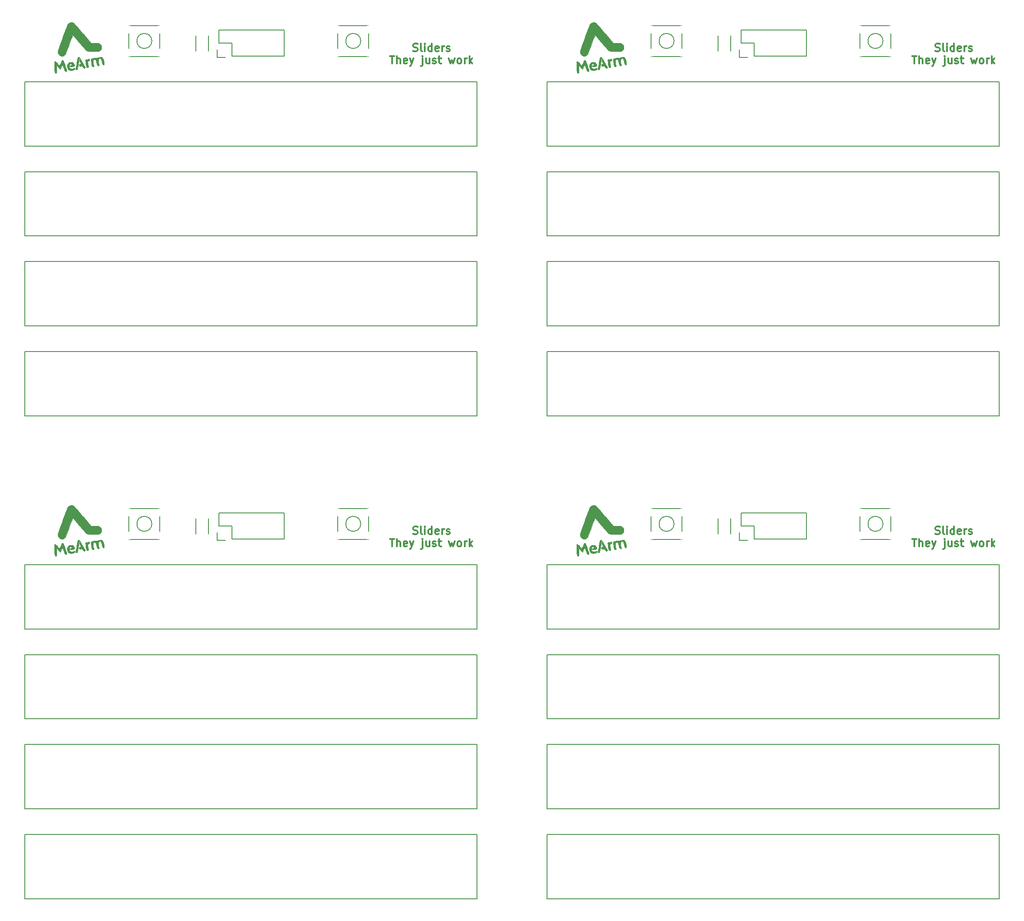
<source format=gto>
G04 #@! TF.FileFunction,Legend,Top*
%FSLAX46Y46*%
G04 Gerber Fmt 4.6, Leading zero omitted, Abs format (unit mm)*
G04 Created by KiCad (PCBNEW (2015-01-16 BZR 5376)-product) date 24/06/2015 09:07:54*
%MOMM*%
G01*
G04 APERTURE LIST*
%ADD10C,0.100000*%
%ADD11C,0.300000*%
%ADD12C,0.150000*%
%ADD13C,4.000000*%
%ADD14C,0.300000*%
%ADD15R,1.727200X1.727200*%
%ADD16O,1.727200X1.727200*%
%ADD17O,2.400000X3.000000*%
%ADD18R,1.300000X1.300000*%
%ADD19C,1.300000*%
%ADD20O,2.200000X1.524000*%
G04 APERTURE END LIST*
D10*
D11*
X218551572Y-33062143D02*
X218765858Y-33133571D01*
X219123001Y-33133571D01*
X219265858Y-33062143D01*
X219337287Y-32990714D01*
X219408715Y-32847857D01*
X219408715Y-32705000D01*
X219337287Y-32562143D01*
X219265858Y-32490714D01*
X219123001Y-32419286D01*
X218837287Y-32347857D01*
X218694429Y-32276429D01*
X218623001Y-32205000D01*
X218551572Y-32062143D01*
X218551572Y-31919286D01*
X218623001Y-31776429D01*
X218694429Y-31705000D01*
X218837287Y-31633571D01*
X219194429Y-31633571D01*
X219408715Y-31705000D01*
X220265858Y-33133571D02*
X220123000Y-33062143D01*
X220051572Y-32919286D01*
X220051572Y-31633571D01*
X220837286Y-33133571D02*
X220837286Y-32133571D01*
X220837286Y-31633571D02*
X220765857Y-31705000D01*
X220837286Y-31776429D01*
X220908714Y-31705000D01*
X220837286Y-31633571D01*
X220837286Y-31776429D01*
X222194429Y-33133571D02*
X222194429Y-31633571D01*
X222194429Y-33062143D02*
X222051572Y-33133571D01*
X221765858Y-33133571D01*
X221623000Y-33062143D01*
X221551572Y-32990714D01*
X221480143Y-32847857D01*
X221480143Y-32419286D01*
X221551572Y-32276429D01*
X221623000Y-32205000D01*
X221765858Y-32133571D01*
X222051572Y-32133571D01*
X222194429Y-32205000D01*
X223480143Y-33062143D02*
X223337286Y-33133571D01*
X223051572Y-33133571D01*
X222908715Y-33062143D01*
X222837286Y-32919286D01*
X222837286Y-32347857D01*
X222908715Y-32205000D01*
X223051572Y-32133571D01*
X223337286Y-32133571D01*
X223480143Y-32205000D01*
X223551572Y-32347857D01*
X223551572Y-32490714D01*
X222837286Y-32633571D01*
X224194429Y-33133571D02*
X224194429Y-32133571D01*
X224194429Y-32419286D02*
X224265857Y-32276429D01*
X224337286Y-32205000D01*
X224480143Y-32133571D01*
X224623000Y-32133571D01*
X225051571Y-33062143D02*
X225194428Y-33133571D01*
X225480143Y-33133571D01*
X225623000Y-33062143D01*
X225694428Y-32919286D01*
X225694428Y-32847857D01*
X225623000Y-32705000D01*
X225480143Y-32633571D01*
X225265857Y-32633571D01*
X225123000Y-32562143D01*
X225051571Y-32419286D01*
X225051571Y-32347857D01*
X225123000Y-32205000D01*
X225265857Y-32133571D01*
X225480143Y-32133571D01*
X225623000Y-32205000D01*
X214051571Y-34033571D02*
X214908714Y-34033571D01*
X214480143Y-35533571D02*
X214480143Y-34033571D01*
X215408714Y-35533571D02*
X215408714Y-34033571D01*
X216051571Y-35533571D02*
X216051571Y-34747857D01*
X215980142Y-34605000D01*
X215837285Y-34533571D01*
X215623000Y-34533571D01*
X215480142Y-34605000D01*
X215408714Y-34676429D01*
X217337285Y-35462143D02*
X217194428Y-35533571D01*
X216908714Y-35533571D01*
X216765857Y-35462143D01*
X216694428Y-35319286D01*
X216694428Y-34747857D01*
X216765857Y-34605000D01*
X216908714Y-34533571D01*
X217194428Y-34533571D01*
X217337285Y-34605000D01*
X217408714Y-34747857D01*
X217408714Y-34890714D01*
X216694428Y-35033571D01*
X217908714Y-34533571D02*
X218265857Y-35533571D01*
X218622999Y-34533571D02*
X218265857Y-35533571D01*
X218122999Y-35890714D01*
X218051571Y-35962143D01*
X217908714Y-36033571D01*
X220337285Y-34533571D02*
X220337285Y-35819286D01*
X220265856Y-35962143D01*
X220122999Y-36033571D01*
X220051571Y-36033571D01*
X220337285Y-34033571D02*
X220265856Y-34105000D01*
X220337285Y-34176429D01*
X220408713Y-34105000D01*
X220337285Y-34033571D01*
X220337285Y-34176429D01*
X221694428Y-34533571D02*
X221694428Y-35533571D01*
X221051571Y-34533571D02*
X221051571Y-35319286D01*
X221122999Y-35462143D01*
X221265857Y-35533571D01*
X221480142Y-35533571D01*
X221622999Y-35462143D01*
X221694428Y-35390714D01*
X222337285Y-35462143D02*
X222480142Y-35533571D01*
X222765857Y-35533571D01*
X222908714Y-35462143D01*
X222980142Y-35319286D01*
X222980142Y-35247857D01*
X222908714Y-35105000D01*
X222765857Y-35033571D01*
X222551571Y-35033571D01*
X222408714Y-34962143D01*
X222337285Y-34819286D01*
X222337285Y-34747857D01*
X222408714Y-34605000D01*
X222551571Y-34533571D01*
X222765857Y-34533571D01*
X222908714Y-34605000D01*
X223408714Y-34533571D02*
X223980143Y-34533571D01*
X223623000Y-34033571D02*
X223623000Y-35319286D01*
X223694428Y-35462143D01*
X223837286Y-35533571D01*
X223980143Y-35533571D01*
X225480143Y-34533571D02*
X225765857Y-35533571D01*
X226051571Y-34819286D01*
X226337286Y-35533571D01*
X226623000Y-34533571D01*
X227408715Y-35533571D02*
X227265857Y-35462143D01*
X227194429Y-35390714D01*
X227123000Y-35247857D01*
X227123000Y-34819286D01*
X227194429Y-34676429D01*
X227265857Y-34605000D01*
X227408715Y-34533571D01*
X227623000Y-34533571D01*
X227765857Y-34605000D01*
X227837286Y-34676429D01*
X227908715Y-34819286D01*
X227908715Y-35247857D01*
X227837286Y-35390714D01*
X227765857Y-35462143D01*
X227623000Y-35533571D01*
X227408715Y-35533571D01*
X228551572Y-35533571D02*
X228551572Y-34533571D01*
X228551572Y-34819286D02*
X228623000Y-34676429D01*
X228694429Y-34605000D01*
X228837286Y-34533571D01*
X228980143Y-34533571D01*
X229480143Y-35533571D02*
X229480143Y-34033571D01*
X229623000Y-34962143D02*
X230051571Y-35533571D01*
X230051571Y-34533571D02*
X229480143Y-35105000D01*
X218551572Y-127042143D02*
X218765858Y-127113571D01*
X219123001Y-127113571D01*
X219265858Y-127042143D01*
X219337287Y-126970714D01*
X219408715Y-126827857D01*
X219408715Y-126685000D01*
X219337287Y-126542143D01*
X219265858Y-126470714D01*
X219123001Y-126399286D01*
X218837287Y-126327857D01*
X218694429Y-126256429D01*
X218623001Y-126185000D01*
X218551572Y-126042143D01*
X218551572Y-125899286D01*
X218623001Y-125756429D01*
X218694429Y-125685000D01*
X218837287Y-125613571D01*
X219194429Y-125613571D01*
X219408715Y-125685000D01*
X220265858Y-127113571D02*
X220123000Y-127042143D01*
X220051572Y-126899286D01*
X220051572Y-125613571D01*
X220837286Y-127113571D02*
X220837286Y-126113571D01*
X220837286Y-125613571D02*
X220765857Y-125685000D01*
X220837286Y-125756429D01*
X220908714Y-125685000D01*
X220837286Y-125613571D01*
X220837286Y-125756429D01*
X222194429Y-127113571D02*
X222194429Y-125613571D01*
X222194429Y-127042143D02*
X222051572Y-127113571D01*
X221765858Y-127113571D01*
X221623000Y-127042143D01*
X221551572Y-126970714D01*
X221480143Y-126827857D01*
X221480143Y-126399286D01*
X221551572Y-126256429D01*
X221623000Y-126185000D01*
X221765858Y-126113571D01*
X222051572Y-126113571D01*
X222194429Y-126185000D01*
X223480143Y-127042143D02*
X223337286Y-127113571D01*
X223051572Y-127113571D01*
X222908715Y-127042143D01*
X222837286Y-126899286D01*
X222837286Y-126327857D01*
X222908715Y-126185000D01*
X223051572Y-126113571D01*
X223337286Y-126113571D01*
X223480143Y-126185000D01*
X223551572Y-126327857D01*
X223551572Y-126470714D01*
X222837286Y-126613571D01*
X224194429Y-127113571D02*
X224194429Y-126113571D01*
X224194429Y-126399286D02*
X224265857Y-126256429D01*
X224337286Y-126185000D01*
X224480143Y-126113571D01*
X224623000Y-126113571D01*
X225051571Y-127042143D02*
X225194428Y-127113571D01*
X225480143Y-127113571D01*
X225623000Y-127042143D01*
X225694428Y-126899286D01*
X225694428Y-126827857D01*
X225623000Y-126685000D01*
X225480143Y-126613571D01*
X225265857Y-126613571D01*
X225123000Y-126542143D01*
X225051571Y-126399286D01*
X225051571Y-126327857D01*
X225123000Y-126185000D01*
X225265857Y-126113571D01*
X225480143Y-126113571D01*
X225623000Y-126185000D01*
X214051571Y-128013571D02*
X214908714Y-128013571D01*
X214480143Y-129513571D02*
X214480143Y-128013571D01*
X215408714Y-129513571D02*
X215408714Y-128013571D01*
X216051571Y-129513571D02*
X216051571Y-128727857D01*
X215980142Y-128585000D01*
X215837285Y-128513571D01*
X215623000Y-128513571D01*
X215480142Y-128585000D01*
X215408714Y-128656429D01*
X217337285Y-129442143D02*
X217194428Y-129513571D01*
X216908714Y-129513571D01*
X216765857Y-129442143D01*
X216694428Y-129299286D01*
X216694428Y-128727857D01*
X216765857Y-128585000D01*
X216908714Y-128513571D01*
X217194428Y-128513571D01*
X217337285Y-128585000D01*
X217408714Y-128727857D01*
X217408714Y-128870714D01*
X216694428Y-129013571D01*
X217908714Y-128513571D02*
X218265857Y-129513571D01*
X218622999Y-128513571D02*
X218265857Y-129513571D01*
X218122999Y-129870714D01*
X218051571Y-129942143D01*
X217908714Y-130013571D01*
X220337285Y-128513571D02*
X220337285Y-129799286D01*
X220265856Y-129942143D01*
X220122999Y-130013571D01*
X220051571Y-130013571D01*
X220337285Y-128013571D02*
X220265856Y-128085000D01*
X220337285Y-128156429D01*
X220408713Y-128085000D01*
X220337285Y-128013571D01*
X220337285Y-128156429D01*
X221694428Y-128513571D02*
X221694428Y-129513571D01*
X221051571Y-128513571D02*
X221051571Y-129299286D01*
X221122999Y-129442143D01*
X221265857Y-129513571D01*
X221480142Y-129513571D01*
X221622999Y-129442143D01*
X221694428Y-129370714D01*
X222337285Y-129442143D02*
X222480142Y-129513571D01*
X222765857Y-129513571D01*
X222908714Y-129442143D01*
X222980142Y-129299286D01*
X222980142Y-129227857D01*
X222908714Y-129085000D01*
X222765857Y-129013571D01*
X222551571Y-129013571D01*
X222408714Y-128942143D01*
X222337285Y-128799286D01*
X222337285Y-128727857D01*
X222408714Y-128585000D01*
X222551571Y-128513571D01*
X222765857Y-128513571D01*
X222908714Y-128585000D01*
X223408714Y-128513571D02*
X223980143Y-128513571D01*
X223623000Y-128013571D02*
X223623000Y-129299286D01*
X223694428Y-129442143D01*
X223837286Y-129513571D01*
X223980143Y-129513571D01*
X225480143Y-128513571D02*
X225765857Y-129513571D01*
X226051571Y-128799286D01*
X226337286Y-129513571D01*
X226623000Y-128513571D01*
X227408715Y-129513571D02*
X227265857Y-129442143D01*
X227194429Y-129370714D01*
X227123000Y-129227857D01*
X227123000Y-128799286D01*
X227194429Y-128656429D01*
X227265857Y-128585000D01*
X227408715Y-128513571D01*
X227623000Y-128513571D01*
X227765857Y-128585000D01*
X227837286Y-128656429D01*
X227908715Y-128799286D01*
X227908715Y-129227857D01*
X227837286Y-129370714D01*
X227765857Y-129442143D01*
X227623000Y-129513571D01*
X227408715Y-129513571D01*
X228551572Y-129513571D02*
X228551572Y-128513571D01*
X228551572Y-128799286D02*
X228623000Y-128656429D01*
X228694429Y-128585000D01*
X228837286Y-128513571D01*
X228980143Y-128513571D01*
X229480143Y-129513571D02*
X229480143Y-128013571D01*
X229623000Y-128942143D02*
X230051571Y-129513571D01*
X230051571Y-128513571D02*
X229480143Y-129085000D01*
X116951572Y-127042143D02*
X117165858Y-127113571D01*
X117523001Y-127113571D01*
X117665858Y-127042143D01*
X117737287Y-126970714D01*
X117808715Y-126827857D01*
X117808715Y-126685000D01*
X117737287Y-126542143D01*
X117665858Y-126470714D01*
X117523001Y-126399286D01*
X117237287Y-126327857D01*
X117094429Y-126256429D01*
X117023001Y-126185000D01*
X116951572Y-126042143D01*
X116951572Y-125899286D01*
X117023001Y-125756429D01*
X117094429Y-125685000D01*
X117237287Y-125613571D01*
X117594429Y-125613571D01*
X117808715Y-125685000D01*
X118665858Y-127113571D02*
X118523000Y-127042143D01*
X118451572Y-126899286D01*
X118451572Y-125613571D01*
X119237286Y-127113571D02*
X119237286Y-126113571D01*
X119237286Y-125613571D02*
X119165857Y-125685000D01*
X119237286Y-125756429D01*
X119308714Y-125685000D01*
X119237286Y-125613571D01*
X119237286Y-125756429D01*
X120594429Y-127113571D02*
X120594429Y-125613571D01*
X120594429Y-127042143D02*
X120451572Y-127113571D01*
X120165858Y-127113571D01*
X120023000Y-127042143D01*
X119951572Y-126970714D01*
X119880143Y-126827857D01*
X119880143Y-126399286D01*
X119951572Y-126256429D01*
X120023000Y-126185000D01*
X120165858Y-126113571D01*
X120451572Y-126113571D01*
X120594429Y-126185000D01*
X121880143Y-127042143D02*
X121737286Y-127113571D01*
X121451572Y-127113571D01*
X121308715Y-127042143D01*
X121237286Y-126899286D01*
X121237286Y-126327857D01*
X121308715Y-126185000D01*
X121451572Y-126113571D01*
X121737286Y-126113571D01*
X121880143Y-126185000D01*
X121951572Y-126327857D01*
X121951572Y-126470714D01*
X121237286Y-126613571D01*
X122594429Y-127113571D02*
X122594429Y-126113571D01*
X122594429Y-126399286D02*
X122665857Y-126256429D01*
X122737286Y-126185000D01*
X122880143Y-126113571D01*
X123023000Y-126113571D01*
X123451571Y-127042143D02*
X123594428Y-127113571D01*
X123880143Y-127113571D01*
X124023000Y-127042143D01*
X124094428Y-126899286D01*
X124094428Y-126827857D01*
X124023000Y-126685000D01*
X123880143Y-126613571D01*
X123665857Y-126613571D01*
X123523000Y-126542143D01*
X123451571Y-126399286D01*
X123451571Y-126327857D01*
X123523000Y-126185000D01*
X123665857Y-126113571D01*
X123880143Y-126113571D01*
X124023000Y-126185000D01*
X112451571Y-128013571D02*
X113308714Y-128013571D01*
X112880143Y-129513571D02*
X112880143Y-128013571D01*
X113808714Y-129513571D02*
X113808714Y-128013571D01*
X114451571Y-129513571D02*
X114451571Y-128727857D01*
X114380142Y-128585000D01*
X114237285Y-128513571D01*
X114023000Y-128513571D01*
X113880142Y-128585000D01*
X113808714Y-128656429D01*
X115737285Y-129442143D02*
X115594428Y-129513571D01*
X115308714Y-129513571D01*
X115165857Y-129442143D01*
X115094428Y-129299286D01*
X115094428Y-128727857D01*
X115165857Y-128585000D01*
X115308714Y-128513571D01*
X115594428Y-128513571D01*
X115737285Y-128585000D01*
X115808714Y-128727857D01*
X115808714Y-128870714D01*
X115094428Y-129013571D01*
X116308714Y-128513571D02*
X116665857Y-129513571D01*
X117022999Y-128513571D02*
X116665857Y-129513571D01*
X116522999Y-129870714D01*
X116451571Y-129942143D01*
X116308714Y-130013571D01*
X118737285Y-128513571D02*
X118737285Y-129799286D01*
X118665856Y-129942143D01*
X118522999Y-130013571D01*
X118451571Y-130013571D01*
X118737285Y-128013571D02*
X118665856Y-128085000D01*
X118737285Y-128156429D01*
X118808713Y-128085000D01*
X118737285Y-128013571D01*
X118737285Y-128156429D01*
X120094428Y-128513571D02*
X120094428Y-129513571D01*
X119451571Y-128513571D02*
X119451571Y-129299286D01*
X119522999Y-129442143D01*
X119665857Y-129513571D01*
X119880142Y-129513571D01*
X120022999Y-129442143D01*
X120094428Y-129370714D01*
X120737285Y-129442143D02*
X120880142Y-129513571D01*
X121165857Y-129513571D01*
X121308714Y-129442143D01*
X121380142Y-129299286D01*
X121380142Y-129227857D01*
X121308714Y-129085000D01*
X121165857Y-129013571D01*
X120951571Y-129013571D01*
X120808714Y-128942143D01*
X120737285Y-128799286D01*
X120737285Y-128727857D01*
X120808714Y-128585000D01*
X120951571Y-128513571D01*
X121165857Y-128513571D01*
X121308714Y-128585000D01*
X121808714Y-128513571D02*
X122380143Y-128513571D01*
X122023000Y-128013571D02*
X122023000Y-129299286D01*
X122094428Y-129442143D01*
X122237286Y-129513571D01*
X122380143Y-129513571D01*
X123880143Y-128513571D02*
X124165857Y-129513571D01*
X124451571Y-128799286D01*
X124737286Y-129513571D01*
X125023000Y-128513571D01*
X125808715Y-129513571D02*
X125665857Y-129442143D01*
X125594429Y-129370714D01*
X125523000Y-129227857D01*
X125523000Y-128799286D01*
X125594429Y-128656429D01*
X125665857Y-128585000D01*
X125808715Y-128513571D01*
X126023000Y-128513571D01*
X126165857Y-128585000D01*
X126237286Y-128656429D01*
X126308715Y-128799286D01*
X126308715Y-129227857D01*
X126237286Y-129370714D01*
X126165857Y-129442143D01*
X126023000Y-129513571D01*
X125808715Y-129513571D01*
X126951572Y-129513571D02*
X126951572Y-128513571D01*
X126951572Y-128799286D02*
X127023000Y-128656429D01*
X127094429Y-128585000D01*
X127237286Y-128513571D01*
X127380143Y-128513571D01*
X127880143Y-129513571D02*
X127880143Y-128013571D01*
X128023000Y-128942143D02*
X128451571Y-129513571D01*
X128451571Y-128513571D02*
X127880143Y-129085000D01*
X116951572Y-33062143D02*
X117165858Y-33133571D01*
X117523001Y-33133571D01*
X117665858Y-33062143D01*
X117737287Y-32990714D01*
X117808715Y-32847857D01*
X117808715Y-32705000D01*
X117737287Y-32562143D01*
X117665858Y-32490714D01*
X117523001Y-32419286D01*
X117237287Y-32347857D01*
X117094429Y-32276429D01*
X117023001Y-32205000D01*
X116951572Y-32062143D01*
X116951572Y-31919286D01*
X117023001Y-31776429D01*
X117094429Y-31705000D01*
X117237287Y-31633571D01*
X117594429Y-31633571D01*
X117808715Y-31705000D01*
X118665858Y-33133571D02*
X118523000Y-33062143D01*
X118451572Y-32919286D01*
X118451572Y-31633571D01*
X119237286Y-33133571D02*
X119237286Y-32133571D01*
X119237286Y-31633571D02*
X119165857Y-31705000D01*
X119237286Y-31776429D01*
X119308714Y-31705000D01*
X119237286Y-31633571D01*
X119237286Y-31776429D01*
X120594429Y-33133571D02*
X120594429Y-31633571D01*
X120594429Y-33062143D02*
X120451572Y-33133571D01*
X120165858Y-33133571D01*
X120023000Y-33062143D01*
X119951572Y-32990714D01*
X119880143Y-32847857D01*
X119880143Y-32419286D01*
X119951572Y-32276429D01*
X120023000Y-32205000D01*
X120165858Y-32133571D01*
X120451572Y-32133571D01*
X120594429Y-32205000D01*
X121880143Y-33062143D02*
X121737286Y-33133571D01*
X121451572Y-33133571D01*
X121308715Y-33062143D01*
X121237286Y-32919286D01*
X121237286Y-32347857D01*
X121308715Y-32205000D01*
X121451572Y-32133571D01*
X121737286Y-32133571D01*
X121880143Y-32205000D01*
X121951572Y-32347857D01*
X121951572Y-32490714D01*
X121237286Y-32633571D01*
X122594429Y-33133571D02*
X122594429Y-32133571D01*
X122594429Y-32419286D02*
X122665857Y-32276429D01*
X122737286Y-32205000D01*
X122880143Y-32133571D01*
X123023000Y-32133571D01*
X123451571Y-33062143D02*
X123594428Y-33133571D01*
X123880143Y-33133571D01*
X124023000Y-33062143D01*
X124094428Y-32919286D01*
X124094428Y-32847857D01*
X124023000Y-32705000D01*
X123880143Y-32633571D01*
X123665857Y-32633571D01*
X123523000Y-32562143D01*
X123451571Y-32419286D01*
X123451571Y-32347857D01*
X123523000Y-32205000D01*
X123665857Y-32133571D01*
X123880143Y-32133571D01*
X124023000Y-32205000D01*
X112451571Y-34033571D02*
X113308714Y-34033571D01*
X112880143Y-35533571D02*
X112880143Y-34033571D01*
X113808714Y-35533571D02*
X113808714Y-34033571D01*
X114451571Y-35533571D02*
X114451571Y-34747857D01*
X114380142Y-34605000D01*
X114237285Y-34533571D01*
X114023000Y-34533571D01*
X113880142Y-34605000D01*
X113808714Y-34676429D01*
X115737285Y-35462143D02*
X115594428Y-35533571D01*
X115308714Y-35533571D01*
X115165857Y-35462143D01*
X115094428Y-35319286D01*
X115094428Y-34747857D01*
X115165857Y-34605000D01*
X115308714Y-34533571D01*
X115594428Y-34533571D01*
X115737285Y-34605000D01*
X115808714Y-34747857D01*
X115808714Y-34890714D01*
X115094428Y-35033571D01*
X116308714Y-34533571D02*
X116665857Y-35533571D01*
X117022999Y-34533571D02*
X116665857Y-35533571D01*
X116522999Y-35890714D01*
X116451571Y-35962143D01*
X116308714Y-36033571D01*
X118737285Y-34533571D02*
X118737285Y-35819286D01*
X118665856Y-35962143D01*
X118522999Y-36033571D01*
X118451571Y-36033571D01*
X118737285Y-34033571D02*
X118665856Y-34105000D01*
X118737285Y-34176429D01*
X118808713Y-34105000D01*
X118737285Y-34033571D01*
X118737285Y-34176429D01*
X120094428Y-34533571D02*
X120094428Y-35533571D01*
X119451571Y-34533571D02*
X119451571Y-35319286D01*
X119522999Y-35462143D01*
X119665857Y-35533571D01*
X119880142Y-35533571D01*
X120022999Y-35462143D01*
X120094428Y-35390714D01*
X120737285Y-35462143D02*
X120880142Y-35533571D01*
X121165857Y-35533571D01*
X121308714Y-35462143D01*
X121380142Y-35319286D01*
X121380142Y-35247857D01*
X121308714Y-35105000D01*
X121165857Y-35033571D01*
X120951571Y-35033571D01*
X120808714Y-34962143D01*
X120737285Y-34819286D01*
X120737285Y-34747857D01*
X120808714Y-34605000D01*
X120951571Y-34533571D01*
X121165857Y-34533571D01*
X121308714Y-34605000D01*
X121808714Y-34533571D02*
X122380143Y-34533571D01*
X122023000Y-34033571D02*
X122023000Y-35319286D01*
X122094428Y-35462143D01*
X122237286Y-35533571D01*
X122380143Y-35533571D01*
X123880143Y-34533571D02*
X124165857Y-35533571D01*
X124451571Y-34819286D01*
X124737286Y-35533571D01*
X125023000Y-34533571D01*
X125808715Y-35533571D02*
X125665857Y-35462143D01*
X125594429Y-35390714D01*
X125523000Y-35247857D01*
X125523000Y-34819286D01*
X125594429Y-34676429D01*
X125665857Y-34605000D01*
X125808715Y-34533571D01*
X126023000Y-34533571D01*
X126165857Y-34605000D01*
X126237286Y-34676429D01*
X126308715Y-34819286D01*
X126308715Y-35247857D01*
X126237286Y-35390714D01*
X126165857Y-35462143D01*
X126023000Y-35533571D01*
X125808715Y-35533571D01*
X126951572Y-35533571D02*
X126951572Y-34533571D01*
X126951572Y-34819286D02*
X127023000Y-34676429D01*
X127094429Y-34605000D01*
X127237286Y-34533571D01*
X127380143Y-34533571D01*
X127880143Y-35533571D02*
X127880143Y-34033571D01*
X128023000Y-34962143D02*
X128451571Y-35533571D01*
X128451571Y-34533571D02*
X127880143Y-35105000D01*
D10*
G36*
X151137350Y-36893500D02*
X151134023Y-37005311D01*
X151003447Y-37041127D01*
X150969958Y-37041667D01*
X150855593Y-37025694D01*
X150770545Y-36955160D01*
X150693006Y-36796140D01*
X150601168Y-36514711D01*
X150575357Y-36427833D01*
X150479587Y-36122471D01*
X150393128Y-35881137D01*
X150332726Y-35750038D01*
X150327101Y-35742896D01*
X150267657Y-35776073D01*
X150183162Y-35935167D01*
X150112923Y-36123896D01*
X150022432Y-36383891D01*
X149944582Y-36575305D01*
X149909123Y-36639236D01*
X149833711Y-36610198D01*
X149691440Y-36472973D01*
X149517364Y-36262654D01*
X149338030Y-36033128D01*
X149233893Y-35925421D01*
X149180960Y-35924109D01*
X149155239Y-36013770D01*
X149153050Y-36028463D01*
X149142421Y-36218606D01*
X149144030Y-36510840D01*
X149155818Y-36807212D01*
X149169222Y-37110713D01*
X149159862Y-37282555D01*
X149118087Y-37359905D01*
X149034246Y-37379928D01*
X149006996Y-37380333D01*
X148904497Y-37360761D01*
X148840897Y-37276684D01*
X148798973Y-37090059D01*
X148771395Y-36859913D01*
X148742677Y-36490683D01*
X148722965Y-36056573D01*
X148717000Y-35716913D01*
X148721423Y-35395457D01*
X148740839Y-35208060D01*
X148784463Y-35119549D01*
X148861515Y-35094746D01*
X148880148Y-35094333D01*
X149024967Y-35161386D01*
X149221434Y-35341577D01*
X149366981Y-35514060D01*
X149544104Y-35733433D01*
X149682976Y-35886665D01*
X149747264Y-35937393D01*
X149800077Y-35865332D01*
X149884908Y-35672657D01*
X149983712Y-35400521D01*
X149987000Y-35390667D01*
X150103397Y-35078574D01*
X150204143Y-34904926D01*
X150306462Y-34842052D01*
X150329566Y-34840333D01*
X150382562Y-34848208D01*
X150432828Y-34884134D01*
X150487624Y-34966562D01*
X150554210Y-35113943D01*
X150639843Y-35344729D01*
X150751785Y-35677370D01*
X150897294Y-36130319D01*
X151083629Y-36722026D01*
X151137350Y-36893500D01*
X151137350Y-36893500D01*
X151137350Y-36893500D01*
G37*
X151137350Y-36893500D02*
X151134023Y-37005311D01*
X151003447Y-37041127D01*
X150969958Y-37041667D01*
X150855593Y-37025694D01*
X150770545Y-36955160D01*
X150693006Y-36796140D01*
X150601168Y-36514711D01*
X150575357Y-36427833D01*
X150479587Y-36122471D01*
X150393128Y-35881137D01*
X150332726Y-35750038D01*
X150327101Y-35742896D01*
X150267657Y-35776073D01*
X150183162Y-35935167D01*
X150112923Y-36123896D01*
X150022432Y-36383891D01*
X149944582Y-36575305D01*
X149909123Y-36639236D01*
X149833711Y-36610198D01*
X149691440Y-36472973D01*
X149517364Y-36262654D01*
X149338030Y-36033128D01*
X149233893Y-35925421D01*
X149180960Y-35924109D01*
X149155239Y-36013770D01*
X149153050Y-36028463D01*
X149142421Y-36218606D01*
X149144030Y-36510840D01*
X149155818Y-36807212D01*
X149169222Y-37110713D01*
X149159862Y-37282555D01*
X149118087Y-37359905D01*
X149034246Y-37379928D01*
X149006996Y-37380333D01*
X148904497Y-37360761D01*
X148840897Y-37276684D01*
X148798973Y-37090059D01*
X148771395Y-36859913D01*
X148742677Y-36490683D01*
X148722965Y-36056573D01*
X148717000Y-35716913D01*
X148721423Y-35395457D01*
X148740839Y-35208060D01*
X148784463Y-35119549D01*
X148861515Y-35094746D01*
X148880148Y-35094333D01*
X149024967Y-35161386D01*
X149221434Y-35341577D01*
X149366981Y-35514060D01*
X149544104Y-35733433D01*
X149682976Y-35886665D01*
X149747264Y-35937393D01*
X149800077Y-35865332D01*
X149884908Y-35672657D01*
X149983712Y-35400521D01*
X149987000Y-35390667D01*
X150103397Y-35078574D01*
X150204143Y-34904926D01*
X150306462Y-34842052D01*
X150329566Y-34840333D01*
X150382562Y-34848208D01*
X150432828Y-34884134D01*
X150487624Y-34966562D01*
X150554210Y-35113943D01*
X150639843Y-35344729D01*
X150751785Y-35677370D01*
X150897294Y-36130319D01*
X151083629Y-36722026D01*
X151137350Y-36893500D01*
X151137350Y-36893500D01*
G36*
X152696334Y-36511018D02*
X152620784Y-36668175D01*
X152426685Y-36787902D01*
X152162861Y-36858454D01*
X151878138Y-36868085D01*
X151621339Y-36805051D01*
X151574498Y-36780884D01*
X151404566Y-36612675D01*
X151257923Y-36356450D01*
X151177278Y-36092410D01*
X151172334Y-36025667D01*
X151245462Y-35701307D01*
X151438295Y-35439207D01*
X151711005Y-35268394D01*
X152023763Y-35217894D01*
X152222287Y-35260481D01*
X152380657Y-35374620D01*
X152529153Y-35563001D01*
X152632462Y-35767408D01*
X152655269Y-35929627D01*
X152644460Y-35956436D01*
X152529626Y-36017758D01*
X152313807Y-36062610D01*
X152065054Y-36084530D01*
X151851421Y-36077058D01*
X151747109Y-36041642D01*
X151736333Y-35964686D01*
X151880009Y-35895440D01*
X151943974Y-35877525D01*
X152156940Y-35793108D01*
X152202467Y-35691561D01*
X152081893Y-35569458D01*
X152067872Y-35560433D01*
X151892256Y-35521593D01*
X151745678Y-35610576D01*
X151644769Y-35786325D01*
X151606162Y-36007787D01*
X151646489Y-36233905D01*
X151736162Y-36379245D01*
X151953721Y-36499670D01*
X152257944Y-36500337D01*
X152548167Y-36410510D01*
X152666269Y-36396944D01*
X152696334Y-36511018D01*
X152696334Y-36511018D01*
X152696334Y-36511018D01*
G37*
X152696334Y-36511018D02*
X152620784Y-36668175D01*
X152426685Y-36787902D01*
X152162861Y-36858454D01*
X151878138Y-36868085D01*
X151621339Y-36805051D01*
X151574498Y-36780884D01*
X151404566Y-36612675D01*
X151257923Y-36356450D01*
X151177278Y-36092410D01*
X151172334Y-36025667D01*
X151245462Y-35701307D01*
X151438295Y-35439207D01*
X151711005Y-35268394D01*
X152023763Y-35217894D01*
X152222287Y-35260481D01*
X152380657Y-35374620D01*
X152529153Y-35563001D01*
X152632462Y-35767408D01*
X152655269Y-35929627D01*
X152644460Y-35956436D01*
X152529626Y-36017758D01*
X152313807Y-36062610D01*
X152065054Y-36084530D01*
X151851421Y-36077058D01*
X151747109Y-36041642D01*
X151736333Y-35964686D01*
X151880009Y-35895440D01*
X151943974Y-35877525D01*
X152156940Y-35793108D01*
X152202467Y-35691561D01*
X152081893Y-35569458D01*
X152067872Y-35560433D01*
X151892256Y-35521593D01*
X151745678Y-35610576D01*
X151644769Y-35786325D01*
X151606162Y-36007787D01*
X151646489Y-36233905D01*
X151736162Y-36379245D01*
X151953721Y-36499670D01*
X152257944Y-36500337D01*
X152548167Y-36410510D01*
X152666269Y-36396944D01*
X152696334Y-36511018D01*
X152696334Y-36511018D01*
G36*
X153620660Y-34472345D02*
X153592987Y-34769020D01*
X153524751Y-35202652D01*
X153414737Y-35783792D01*
X153339603Y-36152667D01*
X153269959Y-36441952D01*
X153198378Y-36602664D01*
X153102696Y-36674353D01*
X153038937Y-36689166D01*
X152898633Y-36686152D01*
X152876730Y-36586239D01*
X152890097Y-36519832D01*
X152921845Y-36357140D01*
X152971599Y-36070834D01*
X153031926Y-35704712D01*
X153081731Y-35390667D01*
X153168875Y-34903660D01*
X153258610Y-34566222D01*
X153359152Y-34358679D01*
X153478719Y-34261360D01*
X153559182Y-34247667D01*
X153608986Y-34302078D01*
X153620660Y-34472345D01*
X153620660Y-34472345D01*
X153620660Y-34472345D01*
G37*
X153620660Y-34472345D02*
X153592987Y-34769020D01*
X153524751Y-35202652D01*
X153414737Y-35783792D01*
X153339603Y-36152667D01*
X153269959Y-36441952D01*
X153198378Y-36602664D01*
X153102696Y-36674353D01*
X153038937Y-36689166D01*
X152898633Y-36686152D01*
X152876730Y-36586239D01*
X152890097Y-36519832D01*
X152921845Y-36357140D01*
X152971599Y-36070834D01*
X153031926Y-35704712D01*
X153081731Y-35390667D01*
X153168875Y-34903660D01*
X153258610Y-34566222D01*
X153359152Y-34358679D01*
X153478719Y-34261360D01*
X153559182Y-34247667D01*
X153608986Y-34302078D01*
X153620660Y-34472345D01*
X153620660Y-34472345D01*
G36*
X154719870Y-36304016D02*
X154702684Y-36381977D01*
X154543308Y-36441111D01*
X154410149Y-36371107D01*
X154282506Y-36185291D01*
X154162529Y-36011003D01*
X154030526Y-35955984D01*
X153838006Y-35977996D01*
X153641447Y-36003882D01*
X153559649Y-35962106D01*
X153543012Y-35825739D01*
X153543000Y-35817836D01*
X153581193Y-35649939D01*
X153712334Y-35602333D01*
X153840547Y-35589409D01*
X153870084Y-35524053D01*
X153807000Y-35366395D01*
X153761713Y-35277293D01*
X153682023Y-34942866D01*
X153701035Y-34755506D01*
X153760310Y-34465683D01*
X154282173Y-35391615D01*
X154515791Y-35820222D01*
X154659989Y-36120350D01*
X154719870Y-36304016D01*
X154719870Y-36304016D01*
X154719870Y-36304016D01*
G37*
X154719870Y-36304016D02*
X154702684Y-36381977D01*
X154543308Y-36441111D01*
X154410149Y-36371107D01*
X154282506Y-36185291D01*
X154162529Y-36011003D01*
X154030526Y-35955984D01*
X153838006Y-35977996D01*
X153641447Y-36003882D01*
X153559649Y-35962106D01*
X153543012Y-35825739D01*
X153543000Y-35817836D01*
X153581193Y-35649939D01*
X153712334Y-35602333D01*
X153840547Y-35589409D01*
X153870084Y-35524053D01*
X153807000Y-35366395D01*
X153761713Y-35277293D01*
X153682023Y-34942866D01*
X153701035Y-34755506D01*
X153760310Y-34465683D01*
X154282173Y-35391615D01*
X154515791Y-35820222D01*
X154659989Y-36120350D01*
X154719870Y-36304016D01*
X154719870Y-36304016D01*
G36*
X155575000Y-34755667D02*
X155542051Y-34893286D01*
X155496381Y-34925000D01*
X155377184Y-34978864D01*
X155296842Y-35045920D01*
X155234804Y-35139206D01*
X155217287Y-35279653D01*
X155243094Y-35512232D01*
X155279050Y-35715629D01*
X155331424Y-36009374D01*
X155345538Y-36176769D01*
X155315581Y-36257656D01*
X155235746Y-36291880D01*
X155193789Y-36300429D01*
X155102980Y-36305800D01*
X155037514Y-36260644D01*
X154983982Y-36134964D01*
X154928975Y-35898763D01*
X154867961Y-35571542D01*
X154803142Y-35158393D01*
X154788683Y-34887774D01*
X154829747Y-34739023D01*
X154931494Y-34691479D01*
X155081042Y-34718710D01*
X155228675Y-34713314D01*
X155276538Y-34674444D01*
X155399976Y-34587957D01*
X155524996Y-34628011D01*
X155575000Y-34755667D01*
X155575000Y-34755667D01*
X155575000Y-34755667D01*
G37*
X155575000Y-34755667D02*
X155542051Y-34893286D01*
X155496381Y-34925000D01*
X155377184Y-34978864D01*
X155296842Y-35045920D01*
X155234804Y-35139206D01*
X155217287Y-35279653D01*
X155243094Y-35512232D01*
X155279050Y-35715629D01*
X155331424Y-36009374D01*
X155345538Y-36176769D01*
X155315581Y-36257656D01*
X155235746Y-36291880D01*
X155193789Y-36300429D01*
X155102980Y-36305800D01*
X155037514Y-36260644D01*
X154983982Y-36134964D01*
X154928975Y-35898763D01*
X154867961Y-35571542D01*
X154803142Y-35158393D01*
X154788683Y-34887774D01*
X154829747Y-34739023D01*
X154931494Y-34691479D01*
X155081042Y-34718710D01*
X155228675Y-34713314D01*
X155276538Y-34674444D01*
X155399976Y-34587957D01*
X155524996Y-34628011D01*
X155575000Y-34755667D01*
X155575000Y-34755667D01*
G36*
X158438900Y-35585412D02*
X158429124Y-35717976D01*
X158370170Y-35766111D01*
X158297984Y-35771667D01*
X158187967Y-35751027D01*
X158111634Y-35666730D01*
X158052939Y-35485207D01*
X157995837Y-35172889D01*
X157988062Y-35123309D01*
X157926822Y-34861614D01*
X157843230Y-34652654D01*
X157821819Y-34618659D01*
X157718792Y-34519427D01*
X157587897Y-34526673D01*
X157478918Y-34571421D01*
X157374618Y-34624342D01*
X157310350Y-34689980D01*
X157284118Y-34799482D01*
X157293930Y-34983996D01*
X157337792Y-35274669D01*
X157408396Y-35673136D01*
X157431310Y-35862090D01*
X157387645Y-35931401D01*
X157259990Y-35927136D01*
X157127893Y-35877889D01*
X157048743Y-35747577D01*
X156997506Y-35517667D01*
X156916152Y-35103319D01*
X156827326Y-34840316D01*
X156716982Y-34710799D01*
X156571075Y-34696906D01*
X156405192Y-34764484D01*
X156315924Y-34839440D01*
X156272049Y-34964237D01*
X156273047Y-35168803D01*
X156318398Y-35483072D01*
X156386586Y-35835167D01*
X156412027Y-36022591D01*
X156363271Y-36097497D01*
X156234216Y-36110333D01*
X156132950Y-36099877D01*
X156063488Y-36046870D01*
X156011864Y-35918857D01*
X155964108Y-35683382D01*
X155915381Y-35369500D01*
X155869712Y-35034566D01*
X155841195Y-34768097D01*
X155833818Y-34610605D01*
X155838248Y-34586333D01*
X155939687Y-34551376D01*
X156040667Y-34544000D01*
X156237794Y-34510068D01*
X156319023Y-34473532D01*
X156471578Y-34432238D01*
X156703803Y-34422796D01*
X156742357Y-34424912D01*
X157035834Y-34402623D01*
X157337773Y-34319228D01*
X157370117Y-34305436D01*
X157695948Y-34215382D01*
X157958923Y-34271528D01*
X158163388Y-34478142D01*
X158313689Y-34839496D01*
X158409885Y-35327167D01*
X158438900Y-35585412D01*
X158438900Y-35585412D01*
X158438900Y-35585412D01*
G37*
X158438900Y-35585412D02*
X158429124Y-35717976D01*
X158370170Y-35766111D01*
X158297984Y-35771667D01*
X158187967Y-35751027D01*
X158111634Y-35666730D01*
X158052939Y-35485207D01*
X157995837Y-35172889D01*
X157988062Y-35123309D01*
X157926822Y-34861614D01*
X157843230Y-34652654D01*
X157821819Y-34618659D01*
X157718792Y-34519427D01*
X157587897Y-34526673D01*
X157478918Y-34571421D01*
X157374618Y-34624342D01*
X157310350Y-34689980D01*
X157284118Y-34799482D01*
X157293930Y-34983996D01*
X157337792Y-35274669D01*
X157408396Y-35673136D01*
X157431310Y-35862090D01*
X157387645Y-35931401D01*
X157259990Y-35927136D01*
X157127893Y-35877889D01*
X157048743Y-35747577D01*
X156997506Y-35517667D01*
X156916152Y-35103319D01*
X156827326Y-34840316D01*
X156716982Y-34710799D01*
X156571075Y-34696906D01*
X156405192Y-34764484D01*
X156315924Y-34839440D01*
X156272049Y-34964237D01*
X156273047Y-35168803D01*
X156318398Y-35483072D01*
X156386586Y-35835167D01*
X156412027Y-36022591D01*
X156363271Y-36097497D01*
X156234216Y-36110333D01*
X156132950Y-36099877D01*
X156063488Y-36046870D01*
X156011864Y-35918857D01*
X155964108Y-35683382D01*
X155915381Y-35369500D01*
X155869712Y-35034566D01*
X155841195Y-34768097D01*
X155833818Y-34610605D01*
X155838248Y-34586333D01*
X155939687Y-34551376D01*
X156040667Y-34544000D01*
X156237794Y-34510068D01*
X156319023Y-34473532D01*
X156471578Y-34432238D01*
X156703803Y-34422796D01*
X156742357Y-34424912D01*
X157035834Y-34402623D01*
X157337773Y-34319228D01*
X157370117Y-34305436D01*
X157695948Y-34215382D01*
X157958923Y-34271528D01*
X158163388Y-34478142D01*
X158313689Y-34839496D01*
X158409885Y-35327167D01*
X158438900Y-35585412D01*
X158438900Y-35585412D01*
G36*
X157903334Y-32342667D02*
X157883515Y-32616970D01*
X157804041Y-32800387D01*
X157665779Y-32942664D01*
X157558038Y-33026847D01*
X157443461Y-33084085D01*
X157288414Y-33119548D01*
X157059266Y-33138405D01*
X156722381Y-33145824D01*
X156336263Y-33147000D01*
X155893364Y-33139912D01*
X155506465Y-33120449D01*
X155213149Y-33091308D01*
X155050996Y-33055188D01*
X155049817Y-33054637D01*
X154941428Y-32964866D01*
X154743912Y-32763685D01*
X154475202Y-32470878D01*
X154153236Y-32106226D01*
X153795946Y-31689513D01*
X153591871Y-31446488D01*
X153234153Y-31019026D01*
X152914255Y-30639999D01*
X152647406Y-30327184D01*
X152448832Y-30098356D01*
X152333761Y-29971291D01*
X152311073Y-29951351D01*
X152278737Y-30033422D01*
X152197557Y-30252235D01*
X152075804Y-30585122D01*
X151921751Y-31009415D01*
X151743668Y-31502447D01*
X151639327Y-31792333D01*
X151406598Y-32429985D01*
X151217128Y-32925113D01*
X151062674Y-33296505D01*
X150934995Y-33562950D01*
X150825849Y-33743236D01*
X150738623Y-33845500D01*
X150431464Y-34037648D01*
X150094966Y-34063236D01*
X149819335Y-33969583D01*
X149584497Y-33768074D01*
X149430419Y-33477564D01*
X149395582Y-33271087D01*
X149423420Y-33156316D01*
X149501905Y-32906302D01*
X149622634Y-32544505D01*
X149777205Y-32094388D01*
X149957218Y-31579411D01*
X150154270Y-31023037D01*
X150359960Y-30448726D01*
X150565886Y-29879940D01*
X150763646Y-29340139D01*
X150944840Y-28852786D01*
X151101065Y-28441342D01*
X151223919Y-28129268D01*
X151303647Y-27942869D01*
X151517058Y-27665176D01*
X151809425Y-27508959D01*
X152135958Y-27484297D01*
X152451865Y-27601266D01*
X152537602Y-27665254D01*
X152648981Y-27778724D01*
X152852090Y-28003847D01*
X153130656Y-28321856D01*
X153468405Y-28713986D01*
X153849065Y-29161470D01*
X154256362Y-29645542D01*
X154299263Y-29696833D01*
X155838656Y-31538333D01*
X156633440Y-31538333D01*
X157016030Y-31542445D01*
X157272239Y-31560436D01*
X157444933Y-31600791D01*
X157576979Y-31671996D01*
X157665779Y-31742669D01*
X157820235Y-31908536D01*
X157889315Y-32100324D01*
X157903334Y-32342667D01*
X157903334Y-32342667D01*
X157903334Y-32342667D01*
G37*
X157903334Y-32342667D02*
X157883515Y-32616970D01*
X157804041Y-32800387D01*
X157665779Y-32942664D01*
X157558038Y-33026847D01*
X157443461Y-33084085D01*
X157288414Y-33119548D01*
X157059266Y-33138405D01*
X156722381Y-33145824D01*
X156336263Y-33147000D01*
X155893364Y-33139912D01*
X155506465Y-33120449D01*
X155213149Y-33091308D01*
X155050996Y-33055188D01*
X155049817Y-33054637D01*
X154941428Y-32964866D01*
X154743912Y-32763685D01*
X154475202Y-32470878D01*
X154153236Y-32106226D01*
X153795946Y-31689513D01*
X153591871Y-31446488D01*
X153234153Y-31019026D01*
X152914255Y-30639999D01*
X152647406Y-30327184D01*
X152448832Y-30098356D01*
X152333761Y-29971291D01*
X152311073Y-29951351D01*
X152278737Y-30033422D01*
X152197557Y-30252235D01*
X152075804Y-30585122D01*
X151921751Y-31009415D01*
X151743668Y-31502447D01*
X151639327Y-31792333D01*
X151406598Y-32429985D01*
X151217128Y-32925113D01*
X151062674Y-33296505D01*
X150934995Y-33562950D01*
X150825849Y-33743236D01*
X150738623Y-33845500D01*
X150431464Y-34037648D01*
X150094966Y-34063236D01*
X149819335Y-33969583D01*
X149584497Y-33768074D01*
X149430419Y-33477564D01*
X149395582Y-33271087D01*
X149423420Y-33156316D01*
X149501905Y-32906302D01*
X149622634Y-32544505D01*
X149777205Y-32094388D01*
X149957218Y-31579411D01*
X150154270Y-31023037D01*
X150359960Y-30448726D01*
X150565886Y-29879940D01*
X150763646Y-29340139D01*
X150944840Y-28852786D01*
X151101065Y-28441342D01*
X151223919Y-28129268D01*
X151303647Y-27942869D01*
X151517058Y-27665176D01*
X151809425Y-27508959D01*
X152135958Y-27484297D01*
X152451865Y-27601266D01*
X152537602Y-27665254D01*
X152648981Y-27778724D01*
X152852090Y-28003847D01*
X153130656Y-28321856D01*
X153468405Y-28713986D01*
X153849065Y-29161470D01*
X154256362Y-29645542D01*
X154299263Y-29696833D01*
X155838656Y-31538333D01*
X156633440Y-31538333D01*
X157016030Y-31542445D01*
X157272239Y-31560436D01*
X157444933Y-31600791D01*
X157576979Y-31671996D01*
X157665779Y-31742669D01*
X157820235Y-31908536D01*
X157889315Y-32100324D01*
X157903334Y-32342667D01*
X157903334Y-32342667D01*
D12*
X180713000Y-29005000D02*
X193413000Y-29005000D01*
X193413000Y-29005000D02*
X193413000Y-34085000D01*
X193413000Y-34085000D02*
X183253000Y-34085000D01*
X180713000Y-29005000D02*
X180713000Y-31545000D01*
X180433000Y-32815000D02*
X180433000Y-34365000D01*
X180713000Y-31545000D02*
X183253000Y-31545000D01*
X183253000Y-31545000D02*
X183253000Y-34085000D01*
X180433000Y-34365000D02*
X181983000Y-34365000D01*
X142983000Y-91565000D02*
X230983000Y-91565000D01*
X230983000Y-91565000D02*
X230983000Y-104065000D01*
X230983000Y-104065000D02*
X142983000Y-104065000D01*
X142983000Y-91565000D02*
X142983000Y-104065000D01*
X142983000Y-74065000D02*
X230983000Y-74065000D01*
X230983000Y-74065000D02*
X230983000Y-86565000D01*
X230983000Y-86565000D02*
X142983000Y-86565000D01*
X142983000Y-74065000D02*
X142983000Y-86565000D01*
X142983000Y-56565000D02*
X230983000Y-56565000D01*
X230983000Y-56565000D02*
X230983000Y-69065000D01*
X230983000Y-69065000D02*
X142983000Y-69065000D01*
X142983000Y-56565000D02*
X142983000Y-69065000D01*
X142983000Y-39065000D02*
X230983000Y-39065000D01*
X230983000Y-39065000D02*
X230983000Y-51565000D01*
X230983000Y-51565000D02*
X142983000Y-51565000D01*
X142983000Y-39065000D02*
X142983000Y-51565000D01*
X178733000Y-30065000D02*
X178733000Y-33065000D01*
X176233000Y-33065000D02*
X176233000Y-30065000D01*
X163243000Y-34115000D02*
X163243000Y-28115000D01*
X163243000Y-28115000D02*
X169243000Y-28115000D01*
X169243000Y-28115000D02*
X169243000Y-34115000D01*
X169243000Y-34115000D02*
X163243000Y-34115000D01*
X167700738Y-31115000D02*
G75*
G03X167700738Y-31115000I-1457738J0D01*
G01*
X203883000Y-34115000D02*
X203883000Y-28115000D01*
X203883000Y-28115000D02*
X209883000Y-28115000D01*
X209883000Y-28115000D02*
X209883000Y-34115000D01*
X209883000Y-34115000D02*
X203883000Y-34115000D01*
X208340738Y-31115000D02*
G75*
G03X208340738Y-31115000I-1457738J0D01*
G01*
X203883000Y-128095000D02*
X203883000Y-122095000D01*
X203883000Y-122095000D02*
X209883000Y-122095000D01*
X209883000Y-122095000D02*
X209883000Y-128095000D01*
X209883000Y-128095000D02*
X203883000Y-128095000D01*
X208340738Y-125095000D02*
G75*
G03X208340738Y-125095000I-1457738J0D01*
G01*
X163243000Y-128095000D02*
X163243000Y-122095000D01*
X163243000Y-122095000D02*
X169243000Y-122095000D01*
X169243000Y-122095000D02*
X169243000Y-128095000D01*
X169243000Y-128095000D02*
X163243000Y-128095000D01*
X167700738Y-125095000D02*
G75*
G03X167700738Y-125095000I-1457738J0D01*
G01*
X178733000Y-124045000D02*
X178733000Y-127045000D01*
X176233000Y-127045000D02*
X176233000Y-124045000D01*
X142983000Y-133045000D02*
X230983000Y-133045000D01*
X230983000Y-133045000D02*
X230983000Y-145545000D01*
X230983000Y-145545000D02*
X142983000Y-145545000D01*
X142983000Y-133045000D02*
X142983000Y-145545000D01*
X142983000Y-150545000D02*
X230983000Y-150545000D01*
X230983000Y-150545000D02*
X230983000Y-163045000D01*
X230983000Y-163045000D02*
X142983000Y-163045000D01*
X142983000Y-150545000D02*
X142983000Y-163045000D01*
X142983000Y-168045000D02*
X230983000Y-168045000D01*
X230983000Y-168045000D02*
X230983000Y-180545000D01*
X230983000Y-180545000D02*
X142983000Y-180545000D01*
X142983000Y-168045000D02*
X142983000Y-180545000D01*
X142983000Y-185545000D02*
X230983000Y-185545000D01*
X230983000Y-185545000D02*
X230983000Y-198045000D01*
X230983000Y-198045000D02*
X142983000Y-198045000D01*
X142983000Y-185545000D02*
X142983000Y-198045000D01*
X180713000Y-122985000D02*
X193413000Y-122985000D01*
X193413000Y-122985000D02*
X193413000Y-128065000D01*
X193413000Y-128065000D02*
X183253000Y-128065000D01*
X180713000Y-122985000D02*
X180713000Y-125525000D01*
X180433000Y-126795000D02*
X180433000Y-128345000D01*
X180713000Y-125525000D02*
X183253000Y-125525000D01*
X183253000Y-125525000D02*
X183253000Y-128065000D01*
X180433000Y-128345000D02*
X181983000Y-128345000D01*
D10*
G36*
X151137350Y-130873500D02*
X151134023Y-130985311D01*
X151003447Y-131021127D01*
X150969958Y-131021667D01*
X150855593Y-131005694D01*
X150770545Y-130935160D01*
X150693006Y-130776140D01*
X150601168Y-130494711D01*
X150575357Y-130407833D01*
X150479587Y-130102471D01*
X150393128Y-129861137D01*
X150332726Y-129730038D01*
X150327101Y-129722896D01*
X150267657Y-129756073D01*
X150183162Y-129915167D01*
X150112923Y-130103896D01*
X150022432Y-130363891D01*
X149944582Y-130555305D01*
X149909123Y-130619236D01*
X149833711Y-130590198D01*
X149691440Y-130452973D01*
X149517364Y-130242654D01*
X149338030Y-130013128D01*
X149233893Y-129905421D01*
X149180960Y-129904109D01*
X149155239Y-129993770D01*
X149153050Y-130008463D01*
X149142421Y-130198606D01*
X149144030Y-130490840D01*
X149155818Y-130787212D01*
X149169222Y-131090713D01*
X149159862Y-131262555D01*
X149118087Y-131339905D01*
X149034246Y-131359928D01*
X149006996Y-131360333D01*
X148904497Y-131340761D01*
X148840897Y-131256684D01*
X148798973Y-131070059D01*
X148771395Y-130839913D01*
X148742677Y-130470683D01*
X148722965Y-130036573D01*
X148717000Y-129696913D01*
X148721423Y-129375457D01*
X148740839Y-129188060D01*
X148784463Y-129099549D01*
X148861515Y-129074746D01*
X148880148Y-129074333D01*
X149024967Y-129141386D01*
X149221434Y-129321577D01*
X149366981Y-129494060D01*
X149544104Y-129713433D01*
X149682976Y-129866665D01*
X149747264Y-129917393D01*
X149800077Y-129845332D01*
X149884908Y-129652657D01*
X149983712Y-129380521D01*
X149987000Y-129370667D01*
X150103397Y-129058574D01*
X150204143Y-128884926D01*
X150306462Y-128822052D01*
X150329566Y-128820333D01*
X150382562Y-128828208D01*
X150432828Y-128864134D01*
X150487624Y-128946562D01*
X150554210Y-129093943D01*
X150639843Y-129324729D01*
X150751785Y-129657370D01*
X150897294Y-130110319D01*
X151083629Y-130702026D01*
X151137350Y-130873500D01*
X151137350Y-130873500D01*
X151137350Y-130873500D01*
G37*
X151137350Y-130873500D02*
X151134023Y-130985311D01*
X151003447Y-131021127D01*
X150969958Y-131021667D01*
X150855593Y-131005694D01*
X150770545Y-130935160D01*
X150693006Y-130776140D01*
X150601168Y-130494711D01*
X150575357Y-130407833D01*
X150479587Y-130102471D01*
X150393128Y-129861137D01*
X150332726Y-129730038D01*
X150327101Y-129722896D01*
X150267657Y-129756073D01*
X150183162Y-129915167D01*
X150112923Y-130103896D01*
X150022432Y-130363891D01*
X149944582Y-130555305D01*
X149909123Y-130619236D01*
X149833711Y-130590198D01*
X149691440Y-130452973D01*
X149517364Y-130242654D01*
X149338030Y-130013128D01*
X149233893Y-129905421D01*
X149180960Y-129904109D01*
X149155239Y-129993770D01*
X149153050Y-130008463D01*
X149142421Y-130198606D01*
X149144030Y-130490840D01*
X149155818Y-130787212D01*
X149169222Y-131090713D01*
X149159862Y-131262555D01*
X149118087Y-131339905D01*
X149034246Y-131359928D01*
X149006996Y-131360333D01*
X148904497Y-131340761D01*
X148840897Y-131256684D01*
X148798973Y-131070059D01*
X148771395Y-130839913D01*
X148742677Y-130470683D01*
X148722965Y-130036573D01*
X148717000Y-129696913D01*
X148721423Y-129375457D01*
X148740839Y-129188060D01*
X148784463Y-129099549D01*
X148861515Y-129074746D01*
X148880148Y-129074333D01*
X149024967Y-129141386D01*
X149221434Y-129321577D01*
X149366981Y-129494060D01*
X149544104Y-129713433D01*
X149682976Y-129866665D01*
X149747264Y-129917393D01*
X149800077Y-129845332D01*
X149884908Y-129652657D01*
X149983712Y-129380521D01*
X149987000Y-129370667D01*
X150103397Y-129058574D01*
X150204143Y-128884926D01*
X150306462Y-128822052D01*
X150329566Y-128820333D01*
X150382562Y-128828208D01*
X150432828Y-128864134D01*
X150487624Y-128946562D01*
X150554210Y-129093943D01*
X150639843Y-129324729D01*
X150751785Y-129657370D01*
X150897294Y-130110319D01*
X151083629Y-130702026D01*
X151137350Y-130873500D01*
X151137350Y-130873500D01*
G36*
X152696334Y-130491018D02*
X152620784Y-130648175D01*
X152426685Y-130767902D01*
X152162861Y-130838454D01*
X151878138Y-130848085D01*
X151621339Y-130785051D01*
X151574498Y-130760884D01*
X151404566Y-130592675D01*
X151257923Y-130336450D01*
X151177278Y-130072410D01*
X151172334Y-130005667D01*
X151245462Y-129681307D01*
X151438295Y-129419207D01*
X151711005Y-129248394D01*
X152023763Y-129197894D01*
X152222287Y-129240481D01*
X152380657Y-129354620D01*
X152529153Y-129543001D01*
X152632462Y-129747408D01*
X152655269Y-129909627D01*
X152644460Y-129936436D01*
X152529626Y-129997758D01*
X152313807Y-130042610D01*
X152065054Y-130064530D01*
X151851421Y-130057058D01*
X151747109Y-130021642D01*
X151736333Y-129944686D01*
X151880009Y-129875440D01*
X151943974Y-129857525D01*
X152156940Y-129773108D01*
X152202467Y-129671561D01*
X152081893Y-129549458D01*
X152067872Y-129540433D01*
X151892256Y-129501593D01*
X151745678Y-129590576D01*
X151644769Y-129766325D01*
X151606162Y-129987787D01*
X151646489Y-130213905D01*
X151736162Y-130359245D01*
X151953721Y-130479670D01*
X152257944Y-130480337D01*
X152548167Y-130390510D01*
X152666269Y-130376944D01*
X152696334Y-130491018D01*
X152696334Y-130491018D01*
X152696334Y-130491018D01*
G37*
X152696334Y-130491018D02*
X152620784Y-130648175D01*
X152426685Y-130767902D01*
X152162861Y-130838454D01*
X151878138Y-130848085D01*
X151621339Y-130785051D01*
X151574498Y-130760884D01*
X151404566Y-130592675D01*
X151257923Y-130336450D01*
X151177278Y-130072410D01*
X151172334Y-130005667D01*
X151245462Y-129681307D01*
X151438295Y-129419207D01*
X151711005Y-129248394D01*
X152023763Y-129197894D01*
X152222287Y-129240481D01*
X152380657Y-129354620D01*
X152529153Y-129543001D01*
X152632462Y-129747408D01*
X152655269Y-129909627D01*
X152644460Y-129936436D01*
X152529626Y-129997758D01*
X152313807Y-130042610D01*
X152065054Y-130064530D01*
X151851421Y-130057058D01*
X151747109Y-130021642D01*
X151736333Y-129944686D01*
X151880009Y-129875440D01*
X151943974Y-129857525D01*
X152156940Y-129773108D01*
X152202467Y-129671561D01*
X152081893Y-129549458D01*
X152067872Y-129540433D01*
X151892256Y-129501593D01*
X151745678Y-129590576D01*
X151644769Y-129766325D01*
X151606162Y-129987787D01*
X151646489Y-130213905D01*
X151736162Y-130359245D01*
X151953721Y-130479670D01*
X152257944Y-130480337D01*
X152548167Y-130390510D01*
X152666269Y-130376944D01*
X152696334Y-130491018D01*
X152696334Y-130491018D01*
G36*
X153620660Y-128452345D02*
X153592987Y-128749020D01*
X153524751Y-129182652D01*
X153414737Y-129763792D01*
X153339603Y-130132667D01*
X153269959Y-130421952D01*
X153198378Y-130582664D01*
X153102696Y-130654353D01*
X153038937Y-130669166D01*
X152898633Y-130666152D01*
X152876730Y-130566239D01*
X152890097Y-130499832D01*
X152921845Y-130337140D01*
X152971599Y-130050834D01*
X153031926Y-129684712D01*
X153081731Y-129370667D01*
X153168875Y-128883660D01*
X153258610Y-128546222D01*
X153359152Y-128338679D01*
X153478719Y-128241360D01*
X153559182Y-128227667D01*
X153608986Y-128282078D01*
X153620660Y-128452345D01*
X153620660Y-128452345D01*
X153620660Y-128452345D01*
G37*
X153620660Y-128452345D02*
X153592987Y-128749020D01*
X153524751Y-129182652D01*
X153414737Y-129763792D01*
X153339603Y-130132667D01*
X153269959Y-130421952D01*
X153198378Y-130582664D01*
X153102696Y-130654353D01*
X153038937Y-130669166D01*
X152898633Y-130666152D01*
X152876730Y-130566239D01*
X152890097Y-130499832D01*
X152921845Y-130337140D01*
X152971599Y-130050834D01*
X153031926Y-129684712D01*
X153081731Y-129370667D01*
X153168875Y-128883660D01*
X153258610Y-128546222D01*
X153359152Y-128338679D01*
X153478719Y-128241360D01*
X153559182Y-128227667D01*
X153608986Y-128282078D01*
X153620660Y-128452345D01*
X153620660Y-128452345D01*
G36*
X154719870Y-130284016D02*
X154702684Y-130361977D01*
X154543308Y-130421111D01*
X154410149Y-130351107D01*
X154282506Y-130165291D01*
X154162529Y-129991003D01*
X154030526Y-129935984D01*
X153838006Y-129957996D01*
X153641447Y-129983882D01*
X153559649Y-129942106D01*
X153543012Y-129805739D01*
X153543000Y-129797836D01*
X153581193Y-129629939D01*
X153712334Y-129582333D01*
X153840547Y-129569409D01*
X153870084Y-129504053D01*
X153807000Y-129346395D01*
X153761713Y-129257293D01*
X153682023Y-128922866D01*
X153701035Y-128735506D01*
X153760310Y-128445683D01*
X154282173Y-129371615D01*
X154515791Y-129800222D01*
X154659989Y-130100350D01*
X154719870Y-130284016D01*
X154719870Y-130284016D01*
X154719870Y-130284016D01*
G37*
X154719870Y-130284016D02*
X154702684Y-130361977D01*
X154543308Y-130421111D01*
X154410149Y-130351107D01*
X154282506Y-130165291D01*
X154162529Y-129991003D01*
X154030526Y-129935984D01*
X153838006Y-129957996D01*
X153641447Y-129983882D01*
X153559649Y-129942106D01*
X153543012Y-129805739D01*
X153543000Y-129797836D01*
X153581193Y-129629939D01*
X153712334Y-129582333D01*
X153840547Y-129569409D01*
X153870084Y-129504053D01*
X153807000Y-129346395D01*
X153761713Y-129257293D01*
X153682023Y-128922866D01*
X153701035Y-128735506D01*
X153760310Y-128445683D01*
X154282173Y-129371615D01*
X154515791Y-129800222D01*
X154659989Y-130100350D01*
X154719870Y-130284016D01*
X154719870Y-130284016D01*
G36*
X155575000Y-128735667D02*
X155542051Y-128873286D01*
X155496381Y-128905000D01*
X155377184Y-128958864D01*
X155296842Y-129025920D01*
X155234804Y-129119206D01*
X155217287Y-129259653D01*
X155243094Y-129492232D01*
X155279050Y-129695629D01*
X155331424Y-129989374D01*
X155345538Y-130156769D01*
X155315581Y-130237656D01*
X155235746Y-130271880D01*
X155193789Y-130280429D01*
X155102980Y-130285800D01*
X155037514Y-130240644D01*
X154983982Y-130114964D01*
X154928975Y-129878763D01*
X154867961Y-129551542D01*
X154803142Y-129138393D01*
X154788683Y-128867774D01*
X154829747Y-128719023D01*
X154931494Y-128671479D01*
X155081042Y-128698710D01*
X155228675Y-128693314D01*
X155276538Y-128654444D01*
X155399976Y-128567957D01*
X155524996Y-128608011D01*
X155575000Y-128735667D01*
X155575000Y-128735667D01*
X155575000Y-128735667D01*
G37*
X155575000Y-128735667D02*
X155542051Y-128873286D01*
X155496381Y-128905000D01*
X155377184Y-128958864D01*
X155296842Y-129025920D01*
X155234804Y-129119206D01*
X155217287Y-129259653D01*
X155243094Y-129492232D01*
X155279050Y-129695629D01*
X155331424Y-129989374D01*
X155345538Y-130156769D01*
X155315581Y-130237656D01*
X155235746Y-130271880D01*
X155193789Y-130280429D01*
X155102980Y-130285800D01*
X155037514Y-130240644D01*
X154983982Y-130114964D01*
X154928975Y-129878763D01*
X154867961Y-129551542D01*
X154803142Y-129138393D01*
X154788683Y-128867774D01*
X154829747Y-128719023D01*
X154931494Y-128671479D01*
X155081042Y-128698710D01*
X155228675Y-128693314D01*
X155276538Y-128654444D01*
X155399976Y-128567957D01*
X155524996Y-128608011D01*
X155575000Y-128735667D01*
X155575000Y-128735667D01*
G36*
X158438900Y-129565412D02*
X158429124Y-129697976D01*
X158370170Y-129746111D01*
X158297984Y-129751667D01*
X158187967Y-129731027D01*
X158111634Y-129646730D01*
X158052939Y-129465207D01*
X157995837Y-129152889D01*
X157988062Y-129103309D01*
X157926822Y-128841614D01*
X157843230Y-128632654D01*
X157821819Y-128598659D01*
X157718792Y-128499427D01*
X157587897Y-128506673D01*
X157478918Y-128551421D01*
X157374618Y-128604342D01*
X157310350Y-128669980D01*
X157284118Y-128779482D01*
X157293930Y-128963996D01*
X157337792Y-129254669D01*
X157408396Y-129653136D01*
X157431310Y-129842090D01*
X157387645Y-129911401D01*
X157259990Y-129907136D01*
X157127893Y-129857889D01*
X157048743Y-129727577D01*
X156997506Y-129497667D01*
X156916152Y-129083319D01*
X156827326Y-128820316D01*
X156716982Y-128690799D01*
X156571075Y-128676906D01*
X156405192Y-128744484D01*
X156315924Y-128819440D01*
X156272049Y-128944237D01*
X156273047Y-129148803D01*
X156318398Y-129463072D01*
X156386586Y-129815167D01*
X156412027Y-130002591D01*
X156363271Y-130077497D01*
X156234216Y-130090333D01*
X156132950Y-130079877D01*
X156063488Y-130026870D01*
X156011864Y-129898857D01*
X155964108Y-129663382D01*
X155915381Y-129349500D01*
X155869712Y-129014566D01*
X155841195Y-128748097D01*
X155833818Y-128590605D01*
X155838248Y-128566333D01*
X155939687Y-128531376D01*
X156040667Y-128524000D01*
X156237794Y-128490068D01*
X156319023Y-128453532D01*
X156471578Y-128412238D01*
X156703803Y-128402796D01*
X156742357Y-128404912D01*
X157035834Y-128382623D01*
X157337773Y-128299228D01*
X157370117Y-128285436D01*
X157695948Y-128195382D01*
X157958923Y-128251528D01*
X158163388Y-128458142D01*
X158313689Y-128819496D01*
X158409885Y-129307167D01*
X158438900Y-129565412D01*
X158438900Y-129565412D01*
X158438900Y-129565412D01*
G37*
X158438900Y-129565412D02*
X158429124Y-129697976D01*
X158370170Y-129746111D01*
X158297984Y-129751667D01*
X158187967Y-129731027D01*
X158111634Y-129646730D01*
X158052939Y-129465207D01*
X157995837Y-129152889D01*
X157988062Y-129103309D01*
X157926822Y-128841614D01*
X157843230Y-128632654D01*
X157821819Y-128598659D01*
X157718792Y-128499427D01*
X157587897Y-128506673D01*
X157478918Y-128551421D01*
X157374618Y-128604342D01*
X157310350Y-128669980D01*
X157284118Y-128779482D01*
X157293930Y-128963996D01*
X157337792Y-129254669D01*
X157408396Y-129653136D01*
X157431310Y-129842090D01*
X157387645Y-129911401D01*
X157259990Y-129907136D01*
X157127893Y-129857889D01*
X157048743Y-129727577D01*
X156997506Y-129497667D01*
X156916152Y-129083319D01*
X156827326Y-128820316D01*
X156716982Y-128690799D01*
X156571075Y-128676906D01*
X156405192Y-128744484D01*
X156315924Y-128819440D01*
X156272049Y-128944237D01*
X156273047Y-129148803D01*
X156318398Y-129463072D01*
X156386586Y-129815167D01*
X156412027Y-130002591D01*
X156363271Y-130077497D01*
X156234216Y-130090333D01*
X156132950Y-130079877D01*
X156063488Y-130026870D01*
X156011864Y-129898857D01*
X155964108Y-129663382D01*
X155915381Y-129349500D01*
X155869712Y-129014566D01*
X155841195Y-128748097D01*
X155833818Y-128590605D01*
X155838248Y-128566333D01*
X155939687Y-128531376D01*
X156040667Y-128524000D01*
X156237794Y-128490068D01*
X156319023Y-128453532D01*
X156471578Y-128412238D01*
X156703803Y-128402796D01*
X156742357Y-128404912D01*
X157035834Y-128382623D01*
X157337773Y-128299228D01*
X157370117Y-128285436D01*
X157695948Y-128195382D01*
X157958923Y-128251528D01*
X158163388Y-128458142D01*
X158313689Y-128819496D01*
X158409885Y-129307167D01*
X158438900Y-129565412D01*
X158438900Y-129565412D01*
G36*
X157903334Y-126322667D02*
X157883515Y-126596970D01*
X157804041Y-126780387D01*
X157665779Y-126922664D01*
X157558038Y-127006847D01*
X157443461Y-127064085D01*
X157288414Y-127099548D01*
X157059266Y-127118405D01*
X156722381Y-127125824D01*
X156336263Y-127127000D01*
X155893364Y-127119912D01*
X155506465Y-127100449D01*
X155213149Y-127071308D01*
X155050996Y-127035188D01*
X155049817Y-127034637D01*
X154941428Y-126944866D01*
X154743912Y-126743685D01*
X154475202Y-126450878D01*
X154153236Y-126086226D01*
X153795946Y-125669513D01*
X153591871Y-125426488D01*
X153234153Y-124999026D01*
X152914255Y-124619999D01*
X152647406Y-124307184D01*
X152448832Y-124078356D01*
X152333761Y-123951291D01*
X152311073Y-123931351D01*
X152278737Y-124013422D01*
X152197557Y-124232235D01*
X152075804Y-124565122D01*
X151921751Y-124989415D01*
X151743668Y-125482447D01*
X151639327Y-125772333D01*
X151406598Y-126409985D01*
X151217128Y-126905113D01*
X151062674Y-127276505D01*
X150934995Y-127542950D01*
X150825849Y-127723236D01*
X150738623Y-127825500D01*
X150431464Y-128017648D01*
X150094966Y-128043236D01*
X149819335Y-127949583D01*
X149584497Y-127748074D01*
X149430419Y-127457564D01*
X149395582Y-127251087D01*
X149423420Y-127136316D01*
X149501905Y-126886302D01*
X149622634Y-126524505D01*
X149777205Y-126074388D01*
X149957218Y-125559411D01*
X150154270Y-125003037D01*
X150359960Y-124428726D01*
X150565886Y-123859940D01*
X150763646Y-123320139D01*
X150944840Y-122832786D01*
X151101065Y-122421342D01*
X151223919Y-122109268D01*
X151303647Y-121922869D01*
X151517058Y-121645176D01*
X151809425Y-121488959D01*
X152135958Y-121464297D01*
X152451865Y-121581266D01*
X152537602Y-121645254D01*
X152648981Y-121758724D01*
X152852090Y-121983847D01*
X153130656Y-122301856D01*
X153468405Y-122693986D01*
X153849065Y-123141470D01*
X154256362Y-123625542D01*
X154299263Y-123676833D01*
X155838656Y-125518333D01*
X156633440Y-125518333D01*
X157016030Y-125522445D01*
X157272239Y-125540436D01*
X157444933Y-125580791D01*
X157576979Y-125651996D01*
X157665779Y-125722669D01*
X157820235Y-125888536D01*
X157889315Y-126080324D01*
X157903334Y-126322667D01*
X157903334Y-126322667D01*
X157903334Y-126322667D01*
G37*
X157903334Y-126322667D02*
X157883515Y-126596970D01*
X157804041Y-126780387D01*
X157665779Y-126922664D01*
X157558038Y-127006847D01*
X157443461Y-127064085D01*
X157288414Y-127099548D01*
X157059266Y-127118405D01*
X156722381Y-127125824D01*
X156336263Y-127127000D01*
X155893364Y-127119912D01*
X155506465Y-127100449D01*
X155213149Y-127071308D01*
X155050996Y-127035188D01*
X155049817Y-127034637D01*
X154941428Y-126944866D01*
X154743912Y-126743685D01*
X154475202Y-126450878D01*
X154153236Y-126086226D01*
X153795946Y-125669513D01*
X153591871Y-125426488D01*
X153234153Y-124999026D01*
X152914255Y-124619999D01*
X152647406Y-124307184D01*
X152448832Y-124078356D01*
X152333761Y-123951291D01*
X152311073Y-123931351D01*
X152278737Y-124013422D01*
X152197557Y-124232235D01*
X152075804Y-124565122D01*
X151921751Y-124989415D01*
X151743668Y-125482447D01*
X151639327Y-125772333D01*
X151406598Y-126409985D01*
X151217128Y-126905113D01*
X151062674Y-127276505D01*
X150934995Y-127542950D01*
X150825849Y-127723236D01*
X150738623Y-127825500D01*
X150431464Y-128017648D01*
X150094966Y-128043236D01*
X149819335Y-127949583D01*
X149584497Y-127748074D01*
X149430419Y-127457564D01*
X149395582Y-127251087D01*
X149423420Y-127136316D01*
X149501905Y-126886302D01*
X149622634Y-126524505D01*
X149777205Y-126074388D01*
X149957218Y-125559411D01*
X150154270Y-125003037D01*
X150359960Y-124428726D01*
X150565886Y-123859940D01*
X150763646Y-123320139D01*
X150944840Y-122832786D01*
X151101065Y-122421342D01*
X151223919Y-122109268D01*
X151303647Y-121922869D01*
X151517058Y-121645176D01*
X151809425Y-121488959D01*
X152135958Y-121464297D01*
X152451865Y-121581266D01*
X152537602Y-121645254D01*
X152648981Y-121758724D01*
X152852090Y-121983847D01*
X153130656Y-122301856D01*
X153468405Y-122693986D01*
X153849065Y-123141470D01*
X154256362Y-123625542D01*
X154299263Y-123676833D01*
X155838656Y-125518333D01*
X156633440Y-125518333D01*
X157016030Y-125522445D01*
X157272239Y-125540436D01*
X157444933Y-125580791D01*
X157576979Y-125651996D01*
X157665779Y-125722669D01*
X157820235Y-125888536D01*
X157889315Y-126080324D01*
X157903334Y-126322667D01*
X157903334Y-126322667D01*
G36*
X49537350Y-130873500D02*
X49534023Y-130985311D01*
X49403447Y-131021127D01*
X49369958Y-131021667D01*
X49255593Y-131005694D01*
X49170545Y-130935160D01*
X49093006Y-130776140D01*
X49001168Y-130494711D01*
X48975357Y-130407833D01*
X48879587Y-130102471D01*
X48793128Y-129861137D01*
X48732726Y-129730038D01*
X48727101Y-129722896D01*
X48667657Y-129756073D01*
X48583162Y-129915167D01*
X48512923Y-130103896D01*
X48422432Y-130363891D01*
X48344582Y-130555305D01*
X48309123Y-130619236D01*
X48233711Y-130590198D01*
X48091440Y-130452973D01*
X47917364Y-130242654D01*
X47738030Y-130013128D01*
X47633893Y-129905421D01*
X47580960Y-129904109D01*
X47555239Y-129993770D01*
X47553050Y-130008463D01*
X47542421Y-130198606D01*
X47544030Y-130490840D01*
X47555818Y-130787212D01*
X47569222Y-131090713D01*
X47559862Y-131262555D01*
X47518087Y-131339905D01*
X47434246Y-131359928D01*
X47406996Y-131360333D01*
X47304497Y-131340761D01*
X47240897Y-131256684D01*
X47198973Y-131070059D01*
X47171395Y-130839913D01*
X47142677Y-130470683D01*
X47122965Y-130036573D01*
X47117000Y-129696913D01*
X47121423Y-129375457D01*
X47140839Y-129188060D01*
X47184463Y-129099549D01*
X47261515Y-129074746D01*
X47280148Y-129074333D01*
X47424967Y-129141386D01*
X47621434Y-129321577D01*
X47766981Y-129494060D01*
X47944104Y-129713433D01*
X48082976Y-129866665D01*
X48147264Y-129917393D01*
X48200077Y-129845332D01*
X48284908Y-129652657D01*
X48383712Y-129380521D01*
X48387000Y-129370667D01*
X48503397Y-129058574D01*
X48604143Y-128884926D01*
X48706462Y-128822052D01*
X48729566Y-128820333D01*
X48782562Y-128828208D01*
X48832828Y-128864134D01*
X48887624Y-128946562D01*
X48954210Y-129093943D01*
X49039843Y-129324729D01*
X49151785Y-129657370D01*
X49297294Y-130110319D01*
X49483629Y-130702026D01*
X49537350Y-130873500D01*
X49537350Y-130873500D01*
X49537350Y-130873500D01*
G37*
X49537350Y-130873500D02*
X49534023Y-130985311D01*
X49403447Y-131021127D01*
X49369958Y-131021667D01*
X49255593Y-131005694D01*
X49170545Y-130935160D01*
X49093006Y-130776140D01*
X49001168Y-130494711D01*
X48975357Y-130407833D01*
X48879587Y-130102471D01*
X48793128Y-129861137D01*
X48732726Y-129730038D01*
X48727101Y-129722896D01*
X48667657Y-129756073D01*
X48583162Y-129915167D01*
X48512923Y-130103896D01*
X48422432Y-130363891D01*
X48344582Y-130555305D01*
X48309123Y-130619236D01*
X48233711Y-130590198D01*
X48091440Y-130452973D01*
X47917364Y-130242654D01*
X47738030Y-130013128D01*
X47633893Y-129905421D01*
X47580960Y-129904109D01*
X47555239Y-129993770D01*
X47553050Y-130008463D01*
X47542421Y-130198606D01*
X47544030Y-130490840D01*
X47555818Y-130787212D01*
X47569222Y-131090713D01*
X47559862Y-131262555D01*
X47518087Y-131339905D01*
X47434246Y-131359928D01*
X47406996Y-131360333D01*
X47304497Y-131340761D01*
X47240897Y-131256684D01*
X47198973Y-131070059D01*
X47171395Y-130839913D01*
X47142677Y-130470683D01*
X47122965Y-130036573D01*
X47117000Y-129696913D01*
X47121423Y-129375457D01*
X47140839Y-129188060D01*
X47184463Y-129099549D01*
X47261515Y-129074746D01*
X47280148Y-129074333D01*
X47424967Y-129141386D01*
X47621434Y-129321577D01*
X47766981Y-129494060D01*
X47944104Y-129713433D01*
X48082976Y-129866665D01*
X48147264Y-129917393D01*
X48200077Y-129845332D01*
X48284908Y-129652657D01*
X48383712Y-129380521D01*
X48387000Y-129370667D01*
X48503397Y-129058574D01*
X48604143Y-128884926D01*
X48706462Y-128822052D01*
X48729566Y-128820333D01*
X48782562Y-128828208D01*
X48832828Y-128864134D01*
X48887624Y-128946562D01*
X48954210Y-129093943D01*
X49039843Y-129324729D01*
X49151785Y-129657370D01*
X49297294Y-130110319D01*
X49483629Y-130702026D01*
X49537350Y-130873500D01*
X49537350Y-130873500D01*
G36*
X51096334Y-130491018D02*
X51020784Y-130648175D01*
X50826685Y-130767902D01*
X50562861Y-130838454D01*
X50278138Y-130848085D01*
X50021339Y-130785051D01*
X49974498Y-130760884D01*
X49804566Y-130592675D01*
X49657923Y-130336450D01*
X49577278Y-130072410D01*
X49572334Y-130005667D01*
X49645462Y-129681307D01*
X49838295Y-129419207D01*
X50111005Y-129248394D01*
X50423763Y-129197894D01*
X50622287Y-129240481D01*
X50780657Y-129354620D01*
X50929153Y-129543001D01*
X51032462Y-129747408D01*
X51055269Y-129909627D01*
X51044460Y-129936436D01*
X50929626Y-129997758D01*
X50713807Y-130042610D01*
X50465054Y-130064530D01*
X50251421Y-130057058D01*
X50147109Y-130021642D01*
X50136333Y-129944686D01*
X50280009Y-129875440D01*
X50343974Y-129857525D01*
X50556940Y-129773108D01*
X50602467Y-129671561D01*
X50481893Y-129549458D01*
X50467872Y-129540433D01*
X50292256Y-129501593D01*
X50145678Y-129590576D01*
X50044769Y-129766325D01*
X50006162Y-129987787D01*
X50046489Y-130213905D01*
X50136162Y-130359245D01*
X50353721Y-130479670D01*
X50657944Y-130480337D01*
X50948167Y-130390510D01*
X51066269Y-130376944D01*
X51096334Y-130491018D01*
X51096334Y-130491018D01*
X51096334Y-130491018D01*
G37*
X51096334Y-130491018D02*
X51020784Y-130648175D01*
X50826685Y-130767902D01*
X50562861Y-130838454D01*
X50278138Y-130848085D01*
X50021339Y-130785051D01*
X49974498Y-130760884D01*
X49804566Y-130592675D01*
X49657923Y-130336450D01*
X49577278Y-130072410D01*
X49572334Y-130005667D01*
X49645462Y-129681307D01*
X49838295Y-129419207D01*
X50111005Y-129248394D01*
X50423763Y-129197894D01*
X50622287Y-129240481D01*
X50780657Y-129354620D01*
X50929153Y-129543001D01*
X51032462Y-129747408D01*
X51055269Y-129909627D01*
X51044460Y-129936436D01*
X50929626Y-129997758D01*
X50713807Y-130042610D01*
X50465054Y-130064530D01*
X50251421Y-130057058D01*
X50147109Y-130021642D01*
X50136333Y-129944686D01*
X50280009Y-129875440D01*
X50343974Y-129857525D01*
X50556940Y-129773108D01*
X50602467Y-129671561D01*
X50481893Y-129549458D01*
X50467872Y-129540433D01*
X50292256Y-129501593D01*
X50145678Y-129590576D01*
X50044769Y-129766325D01*
X50006162Y-129987787D01*
X50046489Y-130213905D01*
X50136162Y-130359245D01*
X50353721Y-130479670D01*
X50657944Y-130480337D01*
X50948167Y-130390510D01*
X51066269Y-130376944D01*
X51096334Y-130491018D01*
X51096334Y-130491018D01*
G36*
X52020660Y-128452345D02*
X51992987Y-128749020D01*
X51924751Y-129182652D01*
X51814737Y-129763792D01*
X51739603Y-130132667D01*
X51669959Y-130421952D01*
X51598378Y-130582664D01*
X51502696Y-130654353D01*
X51438937Y-130669166D01*
X51298633Y-130666152D01*
X51276730Y-130566239D01*
X51290097Y-130499832D01*
X51321845Y-130337140D01*
X51371599Y-130050834D01*
X51431926Y-129684712D01*
X51481731Y-129370667D01*
X51568875Y-128883660D01*
X51658610Y-128546222D01*
X51759152Y-128338679D01*
X51878719Y-128241360D01*
X51959182Y-128227667D01*
X52008986Y-128282078D01*
X52020660Y-128452345D01*
X52020660Y-128452345D01*
X52020660Y-128452345D01*
G37*
X52020660Y-128452345D02*
X51992987Y-128749020D01*
X51924751Y-129182652D01*
X51814737Y-129763792D01*
X51739603Y-130132667D01*
X51669959Y-130421952D01*
X51598378Y-130582664D01*
X51502696Y-130654353D01*
X51438937Y-130669166D01*
X51298633Y-130666152D01*
X51276730Y-130566239D01*
X51290097Y-130499832D01*
X51321845Y-130337140D01*
X51371599Y-130050834D01*
X51431926Y-129684712D01*
X51481731Y-129370667D01*
X51568875Y-128883660D01*
X51658610Y-128546222D01*
X51759152Y-128338679D01*
X51878719Y-128241360D01*
X51959182Y-128227667D01*
X52008986Y-128282078D01*
X52020660Y-128452345D01*
X52020660Y-128452345D01*
G36*
X53119870Y-130284016D02*
X53102684Y-130361977D01*
X52943308Y-130421111D01*
X52810149Y-130351107D01*
X52682506Y-130165291D01*
X52562529Y-129991003D01*
X52430526Y-129935984D01*
X52238006Y-129957996D01*
X52041447Y-129983882D01*
X51959649Y-129942106D01*
X51943012Y-129805739D01*
X51943000Y-129797836D01*
X51981193Y-129629939D01*
X52112334Y-129582333D01*
X52240547Y-129569409D01*
X52270084Y-129504053D01*
X52207000Y-129346395D01*
X52161713Y-129257293D01*
X52082023Y-128922866D01*
X52101035Y-128735506D01*
X52160310Y-128445683D01*
X52682173Y-129371615D01*
X52915791Y-129800222D01*
X53059989Y-130100350D01*
X53119870Y-130284016D01*
X53119870Y-130284016D01*
X53119870Y-130284016D01*
G37*
X53119870Y-130284016D02*
X53102684Y-130361977D01*
X52943308Y-130421111D01*
X52810149Y-130351107D01*
X52682506Y-130165291D01*
X52562529Y-129991003D01*
X52430526Y-129935984D01*
X52238006Y-129957996D01*
X52041447Y-129983882D01*
X51959649Y-129942106D01*
X51943012Y-129805739D01*
X51943000Y-129797836D01*
X51981193Y-129629939D01*
X52112334Y-129582333D01*
X52240547Y-129569409D01*
X52270084Y-129504053D01*
X52207000Y-129346395D01*
X52161713Y-129257293D01*
X52082023Y-128922866D01*
X52101035Y-128735506D01*
X52160310Y-128445683D01*
X52682173Y-129371615D01*
X52915791Y-129800222D01*
X53059989Y-130100350D01*
X53119870Y-130284016D01*
X53119870Y-130284016D01*
G36*
X53975000Y-128735667D02*
X53942051Y-128873286D01*
X53896381Y-128905000D01*
X53777184Y-128958864D01*
X53696842Y-129025920D01*
X53634804Y-129119206D01*
X53617287Y-129259653D01*
X53643094Y-129492232D01*
X53679050Y-129695629D01*
X53731424Y-129989374D01*
X53745538Y-130156769D01*
X53715581Y-130237656D01*
X53635746Y-130271880D01*
X53593789Y-130280429D01*
X53502980Y-130285800D01*
X53437514Y-130240644D01*
X53383982Y-130114964D01*
X53328975Y-129878763D01*
X53267961Y-129551542D01*
X53203142Y-129138393D01*
X53188683Y-128867774D01*
X53229747Y-128719023D01*
X53331494Y-128671479D01*
X53481042Y-128698710D01*
X53628675Y-128693314D01*
X53676538Y-128654444D01*
X53799976Y-128567957D01*
X53924996Y-128608011D01*
X53975000Y-128735667D01*
X53975000Y-128735667D01*
X53975000Y-128735667D01*
G37*
X53975000Y-128735667D02*
X53942051Y-128873286D01*
X53896381Y-128905000D01*
X53777184Y-128958864D01*
X53696842Y-129025920D01*
X53634804Y-129119206D01*
X53617287Y-129259653D01*
X53643094Y-129492232D01*
X53679050Y-129695629D01*
X53731424Y-129989374D01*
X53745538Y-130156769D01*
X53715581Y-130237656D01*
X53635746Y-130271880D01*
X53593789Y-130280429D01*
X53502980Y-130285800D01*
X53437514Y-130240644D01*
X53383982Y-130114964D01*
X53328975Y-129878763D01*
X53267961Y-129551542D01*
X53203142Y-129138393D01*
X53188683Y-128867774D01*
X53229747Y-128719023D01*
X53331494Y-128671479D01*
X53481042Y-128698710D01*
X53628675Y-128693314D01*
X53676538Y-128654444D01*
X53799976Y-128567957D01*
X53924996Y-128608011D01*
X53975000Y-128735667D01*
X53975000Y-128735667D01*
G36*
X56838900Y-129565412D02*
X56829124Y-129697976D01*
X56770170Y-129746111D01*
X56697984Y-129751667D01*
X56587967Y-129731027D01*
X56511634Y-129646730D01*
X56452939Y-129465207D01*
X56395837Y-129152889D01*
X56388062Y-129103309D01*
X56326822Y-128841614D01*
X56243230Y-128632654D01*
X56221819Y-128598659D01*
X56118792Y-128499427D01*
X55987897Y-128506673D01*
X55878918Y-128551421D01*
X55774618Y-128604342D01*
X55710350Y-128669980D01*
X55684118Y-128779482D01*
X55693930Y-128963996D01*
X55737792Y-129254669D01*
X55808396Y-129653136D01*
X55831310Y-129842090D01*
X55787645Y-129911401D01*
X55659990Y-129907136D01*
X55527893Y-129857889D01*
X55448743Y-129727577D01*
X55397506Y-129497667D01*
X55316152Y-129083319D01*
X55227326Y-128820316D01*
X55116982Y-128690799D01*
X54971075Y-128676906D01*
X54805192Y-128744484D01*
X54715924Y-128819440D01*
X54672049Y-128944237D01*
X54673047Y-129148803D01*
X54718398Y-129463072D01*
X54786586Y-129815167D01*
X54812027Y-130002591D01*
X54763271Y-130077497D01*
X54634216Y-130090333D01*
X54532950Y-130079877D01*
X54463488Y-130026870D01*
X54411864Y-129898857D01*
X54364108Y-129663382D01*
X54315381Y-129349500D01*
X54269712Y-129014566D01*
X54241195Y-128748097D01*
X54233818Y-128590605D01*
X54238248Y-128566333D01*
X54339687Y-128531376D01*
X54440667Y-128524000D01*
X54637794Y-128490068D01*
X54719023Y-128453532D01*
X54871578Y-128412238D01*
X55103803Y-128402796D01*
X55142357Y-128404912D01*
X55435834Y-128382623D01*
X55737773Y-128299228D01*
X55770117Y-128285436D01*
X56095948Y-128195382D01*
X56358923Y-128251528D01*
X56563388Y-128458142D01*
X56713689Y-128819496D01*
X56809885Y-129307167D01*
X56838900Y-129565412D01*
X56838900Y-129565412D01*
X56838900Y-129565412D01*
G37*
X56838900Y-129565412D02*
X56829124Y-129697976D01*
X56770170Y-129746111D01*
X56697984Y-129751667D01*
X56587967Y-129731027D01*
X56511634Y-129646730D01*
X56452939Y-129465207D01*
X56395837Y-129152889D01*
X56388062Y-129103309D01*
X56326822Y-128841614D01*
X56243230Y-128632654D01*
X56221819Y-128598659D01*
X56118792Y-128499427D01*
X55987897Y-128506673D01*
X55878918Y-128551421D01*
X55774618Y-128604342D01*
X55710350Y-128669980D01*
X55684118Y-128779482D01*
X55693930Y-128963996D01*
X55737792Y-129254669D01*
X55808396Y-129653136D01*
X55831310Y-129842090D01*
X55787645Y-129911401D01*
X55659990Y-129907136D01*
X55527893Y-129857889D01*
X55448743Y-129727577D01*
X55397506Y-129497667D01*
X55316152Y-129083319D01*
X55227326Y-128820316D01*
X55116982Y-128690799D01*
X54971075Y-128676906D01*
X54805192Y-128744484D01*
X54715924Y-128819440D01*
X54672049Y-128944237D01*
X54673047Y-129148803D01*
X54718398Y-129463072D01*
X54786586Y-129815167D01*
X54812027Y-130002591D01*
X54763271Y-130077497D01*
X54634216Y-130090333D01*
X54532950Y-130079877D01*
X54463488Y-130026870D01*
X54411864Y-129898857D01*
X54364108Y-129663382D01*
X54315381Y-129349500D01*
X54269712Y-129014566D01*
X54241195Y-128748097D01*
X54233818Y-128590605D01*
X54238248Y-128566333D01*
X54339687Y-128531376D01*
X54440667Y-128524000D01*
X54637794Y-128490068D01*
X54719023Y-128453532D01*
X54871578Y-128412238D01*
X55103803Y-128402796D01*
X55142357Y-128404912D01*
X55435834Y-128382623D01*
X55737773Y-128299228D01*
X55770117Y-128285436D01*
X56095948Y-128195382D01*
X56358923Y-128251528D01*
X56563388Y-128458142D01*
X56713689Y-128819496D01*
X56809885Y-129307167D01*
X56838900Y-129565412D01*
X56838900Y-129565412D01*
G36*
X56303334Y-126322667D02*
X56283515Y-126596970D01*
X56204041Y-126780387D01*
X56065779Y-126922664D01*
X55958038Y-127006847D01*
X55843461Y-127064085D01*
X55688414Y-127099548D01*
X55459266Y-127118405D01*
X55122381Y-127125824D01*
X54736263Y-127127000D01*
X54293364Y-127119912D01*
X53906465Y-127100449D01*
X53613149Y-127071308D01*
X53450996Y-127035188D01*
X53449817Y-127034637D01*
X53341428Y-126944866D01*
X53143912Y-126743685D01*
X52875202Y-126450878D01*
X52553236Y-126086226D01*
X52195946Y-125669513D01*
X51991871Y-125426488D01*
X51634153Y-124999026D01*
X51314255Y-124619999D01*
X51047406Y-124307184D01*
X50848832Y-124078356D01*
X50733761Y-123951291D01*
X50711073Y-123931351D01*
X50678737Y-124013422D01*
X50597557Y-124232235D01*
X50475804Y-124565122D01*
X50321751Y-124989415D01*
X50143668Y-125482447D01*
X50039327Y-125772333D01*
X49806598Y-126409985D01*
X49617128Y-126905113D01*
X49462674Y-127276505D01*
X49334995Y-127542950D01*
X49225849Y-127723236D01*
X49138623Y-127825500D01*
X48831464Y-128017648D01*
X48494966Y-128043236D01*
X48219335Y-127949583D01*
X47984497Y-127748074D01*
X47830419Y-127457564D01*
X47795582Y-127251087D01*
X47823420Y-127136316D01*
X47901905Y-126886302D01*
X48022634Y-126524505D01*
X48177205Y-126074388D01*
X48357218Y-125559411D01*
X48554270Y-125003037D01*
X48759960Y-124428726D01*
X48965886Y-123859940D01*
X49163646Y-123320139D01*
X49344840Y-122832786D01*
X49501065Y-122421342D01*
X49623919Y-122109268D01*
X49703647Y-121922869D01*
X49917058Y-121645176D01*
X50209425Y-121488959D01*
X50535958Y-121464297D01*
X50851865Y-121581266D01*
X50937602Y-121645254D01*
X51048981Y-121758724D01*
X51252090Y-121983847D01*
X51530656Y-122301856D01*
X51868405Y-122693986D01*
X52249065Y-123141470D01*
X52656362Y-123625542D01*
X52699263Y-123676833D01*
X54238656Y-125518333D01*
X55033440Y-125518333D01*
X55416030Y-125522445D01*
X55672239Y-125540436D01*
X55844933Y-125580791D01*
X55976979Y-125651996D01*
X56065779Y-125722669D01*
X56220235Y-125888536D01*
X56289315Y-126080324D01*
X56303334Y-126322667D01*
X56303334Y-126322667D01*
X56303334Y-126322667D01*
G37*
X56303334Y-126322667D02*
X56283515Y-126596970D01*
X56204041Y-126780387D01*
X56065779Y-126922664D01*
X55958038Y-127006847D01*
X55843461Y-127064085D01*
X55688414Y-127099548D01*
X55459266Y-127118405D01*
X55122381Y-127125824D01*
X54736263Y-127127000D01*
X54293364Y-127119912D01*
X53906465Y-127100449D01*
X53613149Y-127071308D01*
X53450996Y-127035188D01*
X53449817Y-127034637D01*
X53341428Y-126944866D01*
X53143912Y-126743685D01*
X52875202Y-126450878D01*
X52553236Y-126086226D01*
X52195946Y-125669513D01*
X51991871Y-125426488D01*
X51634153Y-124999026D01*
X51314255Y-124619999D01*
X51047406Y-124307184D01*
X50848832Y-124078356D01*
X50733761Y-123951291D01*
X50711073Y-123931351D01*
X50678737Y-124013422D01*
X50597557Y-124232235D01*
X50475804Y-124565122D01*
X50321751Y-124989415D01*
X50143668Y-125482447D01*
X50039327Y-125772333D01*
X49806598Y-126409985D01*
X49617128Y-126905113D01*
X49462674Y-127276505D01*
X49334995Y-127542950D01*
X49225849Y-127723236D01*
X49138623Y-127825500D01*
X48831464Y-128017648D01*
X48494966Y-128043236D01*
X48219335Y-127949583D01*
X47984497Y-127748074D01*
X47830419Y-127457564D01*
X47795582Y-127251087D01*
X47823420Y-127136316D01*
X47901905Y-126886302D01*
X48022634Y-126524505D01*
X48177205Y-126074388D01*
X48357218Y-125559411D01*
X48554270Y-125003037D01*
X48759960Y-124428726D01*
X48965886Y-123859940D01*
X49163646Y-123320139D01*
X49344840Y-122832786D01*
X49501065Y-122421342D01*
X49623919Y-122109268D01*
X49703647Y-121922869D01*
X49917058Y-121645176D01*
X50209425Y-121488959D01*
X50535958Y-121464297D01*
X50851865Y-121581266D01*
X50937602Y-121645254D01*
X51048981Y-121758724D01*
X51252090Y-121983847D01*
X51530656Y-122301856D01*
X51868405Y-122693986D01*
X52249065Y-123141470D01*
X52656362Y-123625542D01*
X52699263Y-123676833D01*
X54238656Y-125518333D01*
X55033440Y-125518333D01*
X55416030Y-125522445D01*
X55672239Y-125540436D01*
X55844933Y-125580791D01*
X55976979Y-125651996D01*
X56065779Y-125722669D01*
X56220235Y-125888536D01*
X56289315Y-126080324D01*
X56303334Y-126322667D01*
X56303334Y-126322667D01*
D12*
X79113000Y-122985000D02*
X91813000Y-122985000D01*
X91813000Y-122985000D02*
X91813000Y-128065000D01*
X91813000Y-128065000D02*
X81653000Y-128065000D01*
X79113000Y-122985000D02*
X79113000Y-125525000D01*
X78833000Y-126795000D02*
X78833000Y-128345000D01*
X79113000Y-125525000D02*
X81653000Y-125525000D01*
X81653000Y-125525000D02*
X81653000Y-128065000D01*
X78833000Y-128345000D02*
X80383000Y-128345000D01*
X41383000Y-185545000D02*
X129383000Y-185545000D01*
X129383000Y-185545000D02*
X129383000Y-198045000D01*
X129383000Y-198045000D02*
X41383000Y-198045000D01*
X41383000Y-185545000D02*
X41383000Y-198045000D01*
X41383000Y-168045000D02*
X129383000Y-168045000D01*
X129383000Y-168045000D02*
X129383000Y-180545000D01*
X129383000Y-180545000D02*
X41383000Y-180545000D01*
X41383000Y-168045000D02*
X41383000Y-180545000D01*
X41383000Y-150545000D02*
X129383000Y-150545000D01*
X129383000Y-150545000D02*
X129383000Y-163045000D01*
X129383000Y-163045000D02*
X41383000Y-163045000D01*
X41383000Y-150545000D02*
X41383000Y-163045000D01*
X41383000Y-133045000D02*
X129383000Y-133045000D01*
X129383000Y-133045000D02*
X129383000Y-145545000D01*
X129383000Y-145545000D02*
X41383000Y-145545000D01*
X41383000Y-133045000D02*
X41383000Y-145545000D01*
X77133000Y-124045000D02*
X77133000Y-127045000D01*
X74633000Y-127045000D02*
X74633000Y-124045000D01*
X61643000Y-128095000D02*
X61643000Y-122095000D01*
X61643000Y-122095000D02*
X67643000Y-122095000D01*
X67643000Y-122095000D02*
X67643000Y-128095000D01*
X67643000Y-128095000D02*
X61643000Y-128095000D01*
X66100738Y-125095000D02*
G75*
G03X66100738Y-125095000I-1457738J0D01*
G01*
X102283000Y-128095000D02*
X102283000Y-122095000D01*
X102283000Y-122095000D02*
X108283000Y-122095000D01*
X108283000Y-122095000D02*
X108283000Y-128095000D01*
X108283000Y-128095000D02*
X102283000Y-128095000D01*
X106740738Y-125095000D02*
G75*
G03X106740738Y-125095000I-1457738J0D01*
G01*
X102283000Y-34115000D02*
X102283000Y-28115000D01*
X102283000Y-28115000D02*
X108283000Y-28115000D01*
X108283000Y-28115000D02*
X108283000Y-34115000D01*
X108283000Y-34115000D02*
X102283000Y-34115000D01*
X106740738Y-31115000D02*
G75*
G03X106740738Y-31115000I-1457738J0D01*
G01*
X61643000Y-34115000D02*
X61643000Y-28115000D01*
X61643000Y-28115000D02*
X67643000Y-28115000D01*
X67643000Y-28115000D02*
X67643000Y-34115000D01*
X67643000Y-34115000D02*
X61643000Y-34115000D01*
X66100738Y-31115000D02*
G75*
G03X66100738Y-31115000I-1457738J0D01*
G01*
X77133000Y-30065000D02*
X77133000Y-33065000D01*
X74633000Y-33065000D02*
X74633000Y-30065000D01*
X41383000Y-39065000D02*
X129383000Y-39065000D01*
X129383000Y-39065000D02*
X129383000Y-51565000D01*
X129383000Y-51565000D02*
X41383000Y-51565000D01*
X41383000Y-39065000D02*
X41383000Y-51565000D01*
X41383000Y-56565000D02*
X129383000Y-56565000D01*
X129383000Y-56565000D02*
X129383000Y-69065000D01*
X129383000Y-69065000D02*
X41383000Y-69065000D01*
X41383000Y-56565000D02*
X41383000Y-69065000D01*
X41383000Y-74065000D02*
X129383000Y-74065000D01*
X129383000Y-74065000D02*
X129383000Y-86565000D01*
X129383000Y-86565000D02*
X41383000Y-86565000D01*
X41383000Y-74065000D02*
X41383000Y-86565000D01*
X41383000Y-91565000D02*
X129383000Y-91565000D01*
X129383000Y-91565000D02*
X129383000Y-104065000D01*
X129383000Y-104065000D02*
X41383000Y-104065000D01*
X41383000Y-91565000D02*
X41383000Y-104065000D01*
X79113000Y-29005000D02*
X91813000Y-29005000D01*
X91813000Y-29005000D02*
X91813000Y-34085000D01*
X91813000Y-34085000D02*
X81653000Y-34085000D01*
X79113000Y-29005000D02*
X79113000Y-31545000D01*
X78833000Y-32815000D02*
X78833000Y-34365000D01*
X79113000Y-31545000D02*
X81653000Y-31545000D01*
X81653000Y-31545000D02*
X81653000Y-34085000D01*
X78833000Y-34365000D02*
X80383000Y-34365000D01*
D10*
G36*
X49537350Y-36893500D02*
X49534023Y-37005311D01*
X49403447Y-37041127D01*
X49369958Y-37041667D01*
X49255593Y-37025694D01*
X49170545Y-36955160D01*
X49093006Y-36796140D01*
X49001168Y-36514711D01*
X48975357Y-36427833D01*
X48879587Y-36122471D01*
X48793128Y-35881137D01*
X48732726Y-35750038D01*
X48727101Y-35742896D01*
X48667657Y-35776073D01*
X48583162Y-35935167D01*
X48512923Y-36123896D01*
X48422432Y-36383891D01*
X48344582Y-36575305D01*
X48309123Y-36639236D01*
X48233711Y-36610198D01*
X48091440Y-36472973D01*
X47917364Y-36262654D01*
X47738030Y-36033128D01*
X47633893Y-35925421D01*
X47580960Y-35924109D01*
X47555239Y-36013770D01*
X47553050Y-36028463D01*
X47542421Y-36218606D01*
X47544030Y-36510840D01*
X47555818Y-36807212D01*
X47569222Y-37110713D01*
X47559862Y-37282555D01*
X47518087Y-37359905D01*
X47434246Y-37379928D01*
X47406996Y-37380333D01*
X47304497Y-37360761D01*
X47240897Y-37276684D01*
X47198973Y-37090059D01*
X47171395Y-36859913D01*
X47142677Y-36490683D01*
X47122965Y-36056573D01*
X47117000Y-35716913D01*
X47121423Y-35395457D01*
X47140839Y-35208060D01*
X47184463Y-35119549D01*
X47261515Y-35094746D01*
X47280148Y-35094333D01*
X47424967Y-35161386D01*
X47621434Y-35341577D01*
X47766981Y-35514060D01*
X47944104Y-35733433D01*
X48082976Y-35886665D01*
X48147264Y-35937393D01*
X48200077Y-35865332D01*
X48284908Y-35672657D01*
X48383712Y-35400521D01*
X48387000Y-35390667D01*
X48503397Y-35078574D01*
X48604143Y-34904926D01*
X48706462Y-34842052D01*
X48729566Y-34840333D01*
X48782562Y-34848208D01*
X48832828Y-34884134D01*
X48887624Y-34966562D01*
X48954210Y-35113943D01*
X49039843Y-35344729D01*
X49151785Y-35677370D01*
X49297294Y-36130319D01*
X49483629Y-36722026D01*
X49537350Y-36893500D01*
X49537350Y-36893500D01*
X49537350Y-36893500D01*
G37*
X49537350Y-36893500D02*
X49534023Y-37005311D01*
X49403447Y-37041127D01*
X49369958Y-37041667D01*
X49255593Y-37025694D01*
X49170545Y-36955160D01*
X49093006Y-36796140D01*
X49001168Y-36514711D01*
X48975357Y-36427833D01*
X48879587Y-36122471D01*
X48793128Y-35881137D01*
X48732726Y-35750038D01*
X48727101Y-35742896D01*
X48667657Y-35776073D01*
X48583162Y-35935167D01*
X48512923Y-36123896D01*
X48422432Y-36383891D01*
X48344582Y-36575305D01*
X48309123Y-36639236D01*
X48233711Y-36610198D01*
X48091440Y-36472973D01*
X47917364Y-36262654D01*
X47738030Y-36033128D01*
X47633893Y-35925421D01*
X47580960Y-35924109D01*
X47555239Y-36013770D01*
X47553050Y-36028463D01*
X47542421Y-36218606D01*
X47544030Y-36510840D01*
X47555818Y-36807212D01*
X47569222Y-37110713D01*
X47559862Y-37282555D01*
X47518087Y-37359905D01*
X47434246Y-37379928D01*
X47406996Y-37380333D01*
X47304497Y-37360761D01*
X47240897Y-37276684D01*
X47198973Y-37090059D01*
X47171395Y-36859913D01*
X47142677Y-36490683D01*
X47122965Y-36056573D01*
X47117000Y-35716913D01*
X47121423Y-35395457D01*
X47140839Y-35208060D01*
X47184463Y-35119549D01*
X47261515Y-35094746D01*
X47280148Y-35094333D01*
X47424967Y-35161386D01*
X47621434Y-35341577D01*
X47766981Y-35514060D01*
X47944104Y-35733433D01*
X48082976Y-35886665D01*
X48147264Y-35937393D01*
X48200077Y-35865332D01*
X48284908Y-35672657D01*
X48383712Y-35400521D01*
X48387000Y-35390667D01*
X48503397Y-35078574D01*
X48604143Y-34904926D01*
X48706462Y-34842052D01*
X48729566Y-34840333D01*
X48782562Y-34848208D01*
X48832828Y-34884134D01*
X48887624Y-34966562D01*
X48954210Y-35113943D01*
X49039843Y-35344729D01*
X49151785Y-35677370D01*
X49297294Y-36130319D01*
X49483629Y-36722026D01*
X49537350Y-36893500D01*
X49537350Y-36893500D01*
G36*
X51096334Y-36511018D02*
X51020784Y-36668175D01*
X50826685Y-36787902D01*
X50562861Y-36858454D01*
X50278138Y-36868085D01*
X50021339Y-36805051D01*
X49974498Y-36780884D01*
X49804566Y-36612675D01*
X49657923Y-36356450D01*
X49577278Y-36092410D01*
X49572334Y-36025667D01*
X49645462Y-35701307D01*
X49838295Y-35439207D01*
X50111005Y-35268394D01*
X50423763Y-35217894D01*
X50622287Y-35260481D01*
X50780657Y-35374620D01*
X50929153Y-35563001D01*
X51032462Y-35767408D01*
X51055269Y-35929627D01*
X51044460Y-35956436D01*
X50929626Y-36017758D01*
X50713807Y-36062610D01*
X50465054Y-36084530D01*
X50251421Y-36077058D01*
X50147109Y-36041642D01*
X50136333Y-35964686D01*
X50280009Y-35895440D01*
X50343974Y-35877525D01*
X50556940Y-35793108D01*
X50602467Y-35691561D01*
X50481893Y-35569458D01*
X50467872Y-35560433D01*
X50292256Y-35521593D01*
X50145678Y-35610576D01*
X50044769Y-35786325D01*
X50006162Y-36007787D01*
X50046489Y-36233905D01*
X50136162Y-36379245D01*
X50353721Y-36499670D01*
X50657944Y-36500337D01*
X50948167Y-36410510D01*
X51066269Y-36396944D01*
X51096334Y-36511018D01*
X51096334Y-36511018D01*
X51096334Y-36511018D01*
G37*
X51096334Y-36511018D02*
X51020784Y-36668175D01*
X50826685Y-36787902D01*
X50562861Y-36858454D01*
X50278138Y-36868085D01*
X50021339Y-36805051D01*
X49974498Y-36780884D01*
X49804566Y-36612675D01*
X49657923Y-36356450D01*
X49577278Y-36092410D01*
X49572334Y-36025667D01*
X49645462Y-35701307D01*
X49838295Y-35439207D01*
X50111005Y-35268394D01*
X50423763Y-35217894D01*
X50622287Y-35260481D01*
X50780657Y-35374620D01*
X50929153Y-35563001D01*
X51032462Y-35767408D01*
X51055269Y-35929627D01*
X51044460Y-35956436D01*
X50929626Y-36017758D01*
X50713807Y-36062610D01*
X50465054Y-36084530D01*
X50251421Y-36077058D01*
X50147109Y-36041642D01*
X50136333Y-35964686D01*
X50280009Y-35895440D01*
X50343974Y-35877525D01*
X50556940Y-35793108D01*
X50602467Y-35691561D01*
X50481893Y-35569458D01*
X50467872Y-35560433D01*
X50292256Y-35521593D01*
X50145678Y-35610576D01*
X50044769Y-35786325D01*
X50006162Y-36007787D01*
X50046489Y-36233905D01*
X50136162Y-36379245D01*
X50353721Y-36499670D01*
X50657944Y-36500337D01*
X50948167Y-36410510D01*
X51066269Y-36396944D01*
X51096334Y-36511018D01*
X51096334Y-36511018D01*
G36*
X52020660Y-34472345D02*
X51992987Y-34769020D01*
X51924751Y-35202652D01*
X51814737Y-35783792D01*
X51739603Y-36152667D01*
X51669959Y-36441952D01*
X51598378Y-36602664D01*
X51502696Y-36674353D01*
X51438937Y-36689166D01*
X51298633Y-36686152D01*
X51276730Y-36586239D01*
X51290097Y-36519832D01*
X51321845Y-36357140D01*
X51371599Y-36070834D01*
X51431926Y-35704712D01*
X51481731Y-35390667D01*
X51568875Y-34903660D01*
X51658610Y-34566222D01*
X51759152Y-34358679D01*
X51878719Y-34261360D01*
X51959182Y-34247667D01*
X52008986Y-34302078D01*
X52020660Y-34472345D01*
X52020660Y-34472345D01*
X52020660Y-34472345D01*
G37*
X52020660Y-34472345D02*
X51992987Y-34769020D01*
X51924751Y-35202652D01*
X51814737Y-35783792D01*
X51739603Y-36152667D01*
X51669959Y-36441952D01*
X51598378Y-36602664D01*
X51502696Y-36674353D01*
X51438937Y-36689166D01*
X51298633Y-36686152D01*
X51276730Y-36586239D01*
X51290097Y-36519832D01*
X51321845Y-36357140D01*
X51371599Y-36070834D01*
X51431926Y-35704712D01*
X51481731Y-35390667D01*
X51568875Y-34903660D01*
X51658610Y-34566222D01*
X51759152Y-34358679D01*
X51878719Y-34261360D01*
X51959182Y-34247667D01*
X52008986Y-34302078D01*
X52020660Y-34472345D01*
X52020660Y-34472345D01*
G36*
X53119870Y-36304016D02*
X53102684Y-36381977D01*
X52943308Y-36441111D01*
X52810149Y-36371107D01*
X52682506Y-36185291D01*
X52562529Y-36011003D01*
X52430526Y-35955984D01*
X52238006Y-35977996D01*
X52041447Y-36003882D01*
X51959649Y-35962106D01*
X51943012Y-35825739D01*
X51943000Y-35817836D01*
X51981193Y-35649939D01*
X52112334Y-35602333D01*
X52240547Y-35589409D01*
X52270084Y-35524053D01*
X52207000Y-35366395D01*
X52161713Y-35277293D01*
X52082023Y-34942866D01*
X52101035Y-34755506D01*
X52160310Y-34465683D01*
X52682173Y-35391615D01*
X52915791Y-35820222D01*
X53059989Y-36120350D01*
X53119870Y-36304016D01*
X53119870Y-36304016D01*
X53119870Y-36304016D01*
G37*
X53119870Y-36304016D02*
X53102684Y-36381977D01*
X52943308Y-36441111D01*
X52810149Y-36371107D01*
X52682506Y-36185291D01*
X52562529Y-36011003D01*
X52430526Y-35955984D01*
X52238006Y-35977996D01*
X52041447Y-36003882D01*
X51959649Y-35962106D01*
X51943012Y-35825739D01*
X51943000Y-35817836D01*
X51981193Y-35649939D01*
X52112334Y-35602333D01*
X52240547Y-35589409D01*
X52270084Y-35524053D01*
X52207000Y-35366395D01*
X52161713Y-35277293D01*
X52082023Y-34942866D01*
X52101035Y-34755506D01*
X52160310Y-34465683D01*
X52682173Y-35391615D01*
X52915791Y-35820222D01*
X53059989Y-36120350D01*
X53119870Y-36304016D01*
X53119870Y-36304016D01*
G36*
X53975000Y-34755667D02*
X53942051Y-34893286D01*
X53896381Y-34925000D01*
X53777184Y-34978864D01*
X53696842Y-35045920D01*
X53634804Y-35139206D01*
X53617287Y-35279653D01*
X53643094Y-35512232D01*
X53679050Y-35715629D01*
X53731424Y-36009374D01*
X53745538Y-36176769D01*
X53715581Y-36257656D01*
X53635746Y-36291880D01*
X53593789Y-36300429D01*
X53502980Y-36305800D01*
X53437514Y-36260644D01*
X53383982Y-36134964D01*
X53328975Y-35898763D01*
X53267961Y-35571542D01*
X53203142Y-35158393D01*
X53188683Y-34887774D01*
X53229747Y-34739023D01*
X53331494Y-34691479D01*
X53481042Y-34718710D01*
X53628675Y-34713314D01*
X53676538Y-34674444D01*
X53799976Y-34587957D01*
X53924996Y-34628011D01*
X53975000Y-34755667D01*
X53975000Y-34755667D01*
X53975000Y-34755667D01*
G37*
X53975000Y-34755667D02*
X53942051Y-34893286D01*
X53896381Y-34925000D01*
X53777184Y-34978864D01*
X53696842Y-35045920D01*
X53634804Y-35139206D01*
X53617287Y-35279653D01*
X53643094Y-35512232D01*
X53679050Y-35715629D01*
X53731424Y-36009374D01*
X53745538Y-36176769D01*
X53715581Y-36257656D01*
X53635746Y-36291880D01*
X53593789Y-36300429D01*
X53502980Y-36305800D01*
X53437514Y-36260644D01*
X53383982Y-36134964D01*
X53328975Y-35898763D01*
X53267961Y-35571542D01*
X53203142Y-35158393D01*
X53188683Y-34887774D01*
X53229747Y-34739023D01*
X53331494Y-34691479D01*
X53481042Y-34718710D01*
X53628675Y-34713314D01*
X53676538Y-34674444D01*
X53799976Y-34587957D01*
X53924996Y-34628011D01*
X53975000Y-34755667D01*
X53975000Y-34755667D01*
G36*
X56838900Y-35585412D02*
X56829124Y-35717976D01*
X56770170Y-35766111D01*
X56697984Y-35771667D01*
X56587967Y-35751027D01*
X56511634Y-35666730D01*
X56452939Y-35485207D01*
X56395837Y-35172889D01*
X56388062Y-35123309D01*
X56326822Y-34861614D01*
X56243230Y-34652654D01*
X56221819Y-34618659D01*
X56118792Y-34519427D01*
X55987897Y-34526673D01*
X55878918Y-34571421D01*
X55774618Y-34624342D01*
X55710350Y-34689980D01*
X55684118Y-34799482D01*
X55693930Y-34983996D01*
X55737792Y-35274669D01*
X55808396Y-35673136D01*
X55831310Y-35862090D01*
X55787645Y-35931401D01*
X55659990Y-35927136D01*
X55527893Y-35877889D01*
X55448743Y-35747577D01*
X55397506Y-35517667D01*
X55316152Y-35103319D01*
X55227326Y-34840316D01*
X55116982Y-34710799D01*
X54971075Y-34696906D01*
X54805192Y-34764484D01*
X54715924Y-34839440D01*
X54672049Y-34964237D01*
X54673047Y-35168803D01*
X54718398Y-35483072D01*
X54786586Y-35835167D01*
X54812027Y-36022591D01*
X54763271Y-36097497D01*
X54634216Y-36110333D01*
X54532950Y-36099877D01*
X54463488Y-36046870D01*
X54411864Y-35918857D01*
X54364108Y-35683382D01*
X54315381Y-35369500D01*
X54269712Y-35034566D01*
X54241195Y-34768097D01*
X54233818Y-34610605D01*
X54238248Y-34586333D01*
X54339687Y-34551376D01*
X54440667Y-34544000D01*
X54637794Y-34510068D01*
X54719023Y-34473532D01*
X54871578Y-34432238D01*
X55103803Y-34422796D01*
X55142357Y-34424912D01*
X55435834Y-34402623D01*
X55737773Y-34319228D01*
X55770117Y-34305436D01*
X56095948Y-34215382D01*
X56358923Y-34271528D01*
X56563388Y-34478142D01*
X56713689Y-34839496D01*
X56809885Y-35327167D01*
X56838900Y-35585412D01*
X56838900Y-35585412D01*
X56838900Y-35585412D01*
G37*
X56838900Y-35585412D02*
X56829124Y-35717976D01*
X56770170Y-35766111D01*
X56697984Y-35771667D01*
X56587967Y-35751027D01*
X56511634Y-35666730D01*
X56452939Y-35485207D01*
X56395837Y-35172889D01*
X56388062Y-35123309D01*
X56326822Y-34861614D01*
X56243230Y-34652654D01*
X56221819Y-34618659D01*
X56118792Y-34519427D01*
X55987897Y-34526673D01*
X55878918Y-34571421D01*
X55774618Y-34624342D01*
X55710350Y-34689980D01*
X55684118Y-34799482D01*
X55693930Y-34983996D01*
X55737792Y-35274669D01*
X55808396Y-35673136D01*
X55831310Y-35862090D01*
X55787645Y-35931401D01*
X55659990Y-35927136D01*
X55527893Y-35877889D01*
X55448743Y-35747577D01*
X55397506Y-35517667D01*
X55316152Y-35103319D01*
X55227326Y-34840316D01*
X55116982Y-34710799D01*
X54971075Y-34696906D01*
X54805192Y-34764484D01*
X54715924Y-34839440D01*
X54672049Y-34964237D01*
X54673047Y-35168803D01*
X54718398Y-35483072D01*
X54786586Y-35835167D01*
X54812027Y-36022591D01*
X54763271Y-36097497D01*
X54634216Y-36110333D01*
X54532950Y-36099877D01*
X54463488Y-36046870D01*
X54411864Y-35918857D01*
X54364108Y-35683382D01*
X54315381Y-35369500D01*
X54269712Y-35034566D01*
X54241195Y-34768097D01*
X54233818Y-34610605D01*
X54238248Y-34586333D01*
X54339687Y-34551376D01*
X54440667Y-34544000D01*
X54637794Y-34510068D01*
X54719023Y-34473532D01*
X54871578Y-34432238D01*
X55103803Y-34422796D01*
X55142357Y-34424912D01*
X55435834Y-34402623D01*
X55737773Y-34319228D01*
X55770117Y-34305436D01*
X56095948Y-34215382D01*
X56358923Y-34271528D01*
X56563388Y-34478142D01*
X56713689Y-34839496D01*
X56809885Y-35327167D01*
X56838900Y-35585412D01*
X56838900Y-35585412D01*
G36*
X56303334Y-32342667D02*
X56283515Y-32616970D01*
X56204041Y-32800387D01*
X56065779Y-32942664D01*
X55958038Y-33026847D01*
X55843461Y-33084085D01*
X55688414Y-33119548D01*
X55459266Y-33138405D01*
X55122381Y-33145824D01*
X54736263Y-33147000D01*
X54293364Y-33139912D01*
X53906465Y-33120449D01*
X53613149Y-33091308D01*
X53450996Y-33055188D01*
X53449817Y-33054637D01*
X53341428Y-32964866D01*
X53143912Y-32763685D01*
X52875202Y-32470878D01*
X52553236Y-32106226D01*
X52195946Y-31689513D01*
X51991871Y-31446488D01*
X51634153Y-31019026D01*
X51314255Y-30639999D01*
X51047406Y-30327184D01*
X50848832Y-30098356D01*
X50733761Y-29971291D01*
X50711073Y-29951351D01*
X50678737Y-30033422D01*
X50597557Y-30252235D01*
X50475804Y-30585122D01*
X50321751Y-31009415D01*
X50143668Y-31502447D01*
X50039327Y-31792333D01*
X49806598Y-32429985D01*
X49617128Y-32925113D01*
X49462674Y-33296505D01*
X49334995Y-33562950D01*
X49225849Y-33743236D01*
X49138623Y-33845500D01*
X48831464Y-34037648D01*
X48494966Y-34063236D01*
X48219335Y-33969583D01*
X47984497Y-33768074D01*
X47830419Y-33477564D01*
X47795582Y-33271087D01*
X47823420Y-33156316D01*
X47901905Y-32906302D01*
X48022634Y-32544505D01*
X48177205Y-32094388D01*
X48357218Y-31579411D01*
X48554270Y-31023037D01*
X48759960Y-30448726D01*
X48965886Y-29879940D01*
X49163646Y-29340139D01*
X49344840Y-28852786D01*
X49501065Y-28441342D01*
X49623919Y-28129268D01*
X49703647Y-27942869D01*
X49917058Y-27665176D01*
X50209425Y-27508959D01*
X50535958Y-27484297D01*
X50851865Y-27601266D01*
X50937602Y-27665254D01*
X51048981Y-27778724D01*
X51252090Y-28003847D01*
X51530656Y-28321856D01*
X51868405Y-28713986D01*
X52249065Y-29161470D01*
X52656362Y-29645542D01*
X52699263Y-29696833D01*
X54238656Y-31538333D01*
X55033440Y-31538333D01*
X55416030Y-31542445D01*
X55672239Y-31560436D01*
X55844933Y-31600791D01*
X55976979Y-31671996D01*
X56065779Y-31742669D01*
X56220235Y-31908536D01*
X56289315Y-32100324D01*
X56303334Y-32342667D01*
X56303334Y-32342667D01*
X56303334Y-32342667D01*
G37*
X56303334Y-32342667D02*
X56283515Y-32616970D01*
X56204041Y-32800387D01*
X56065779Y-32942664D01*
X55958038Y-33026847D01*
X55843461Y-33084085D01*
X55688414Y-33119548D01*
X55459266Y-33138405D01*
X55122381Y-33145824D01*
X54736263Y-33147000D01*
X54293364Y-33139912D01*
X53906465Y-33120449D01*
X53613149Y-33091308D01*
X53450996Y-33055188D01*
X53449817Y-33054637D01*
X53341428Y-32964866D01*
X53143912Y-32763685D01*
X52875202Y-32470878D01*
X52553236Y-32106226D01*
X52195946Y-31689513D01*
X51991871Y-31446488D01*
X51634153Y-31019026D01*
X51314255Y-30639999D01*
X51047406Y-30327184D01*
X50848832Y-30098356D01*
X50733761Y-29971291D01*
X50711073Y-29951351D01*
X50678737Y-30033422D01*
X50597557Y-30252235D01*
X50475804Y-30585122D01*
X50321751Y-31009415D01*
X50143668Y-31502447D01*
X50039327Y-31792333D01*
X49806598Y-32429985D01*
X49617128Y-32925113D01*
X49462674Y-33296505D01*
X49334995Y-33562950D01*
X49225849Y-33743236D01*
X49138623Y-33845500D01*
X48831464Y-34037648D01*
X48494966Y-34063236D01*
X48219335Y-33969583D01*
X47984497Y-33768074D01*
X47830419Y-33477564D01*
X47795582Y-33271087D01*
X47823420Y-33156316D01*
X47901905Y-32906302D01*
X48022634Y-32544505D01*
X48177205Y-32094388D01*
X48357218Y-31579411D01*
X48554270Y-31023037D01*
X48759960Y-30448726D01*
X48965886Y-29879940D01*
X49163646Y-29340139D01*
X49344840Y-28852786D01*
X49501065Y-28441342D01*
X49623919Y-28129268D01*
X49703647Y-27942869D01*
X49917058Y-27665176D01*
X50209425Y-27508959D01*
X50535958Y-27484297D01*
X50851865Y-27601266D01*
X50937602Y-27665254D01*
X51048981Y-27778724D01*
X51252090Y-28003847D01*
X51530656Y-28321856D01*
X51868405Y-28713986D01*
X52249065Y-29161470D01*
X52656362Y-29645542D01*
X52699263Y-29696833D01*
X54238656Y-31538333D01*
X55033440Y-31538333D01*
X55416030Y-31542445D01*
X55672239Y-31560436D01*
X55844933Y-31600791D01*
X55976979Y-31671996D01*
X56065779Y-31742669D01*
X56220235Y-31908536D01*
X56289315Y-32100324D01*
X56303334Y-32342667D01*
X56303334Y-32342667D01*
%LPC*%
D13*
X240030000Y-203200000D03*
X33020000Y-207010000D03*
X238760000Y-25400000D03*
D14*
X188087000Y-25019000D03*
X187579000Y-25019000D03*
X187198000Y-25019000D03*
X186817000Y-25019000D03*
X186309000Y-25019000D03*
D13*
X229483000Y-107815000D03*
X144483000Y-107815000D03*
X229483000Y-30315000D03*
X144483000Y-30315000D03*
D15*
X181983000Y-32815000D03*
D16*
X181983000Y-30275000D03*
X184523000Y-32815000D03*
X184523000Y-30275000D03*
X187063000Y-32815000D03*
X187063000Y-30275000D03*
X189603000Y-32815000D03*
X189603000Y-30275000D03*
X192143000Y-32815000D03*
X192143000Y-30275000D03*
D17*
X151983000Y-95815000D03*
X146983000Y-100815000D03*
X221983000Y-95815000D03*
X226983000Y-100815000D03*
X151983000Y-78315000D03*
X146983000Y-83315000D03*
X221983000Y-78315000D03*
X226983000Y-83315000D03*
X151983000Y-60815000D03*
X146983000Y-65815000D03*
X221983000Y-60815000D03*
X226983000Y-65815000D03*
X151983000Y-43315000D03*
X146983000Y-48315000D03*
X221983000Y-43315000D03*
X226983000Y-48315000D03*
D18*
X177483000Y-30315000D03*
D19*
X177483000Y-32815000D03*
D20*
X169493000Y-28865000D03*
X169493000Y-33365000D03*
X162993000Y-28865000D03*
X162993000Y-33365000D03*
X210133000Y-28865000D03*
X210133000Y-33365000D03*
X203633000Y-28865000D03*
X203633000Y-33365000D03*
D14*
X143129000Y-113157000D03*
X143637000Y-113157000D03*
X144018000Y-113157000D03*
X144399000Y-113157000D03*
X144780000Y-113157000D03*
X230886000Y-113157000D03*
X230378000Y-113157000D03*
X229997000Y-113157000D03*
X229616000Y-113157000D03*
X229108000Y-113157000D03*
X229108000Y-207137000D03*
X229616000Y-207137000D03*
X229997000Y-207137000D03*
X230378000Y-207137000D03*
X230886000Y-207137000D03*
X144780000Y-207137000D03*
X144399000Y-207137000D03*
X144018000Y-207137000D03*
X143637000Y-207137000D03*
X143129000Y-207137000D03*
D20*
X210133000Y-122845000D03*
X210133000Y-127345000D03*
X203633000Y-122845000D03*
X203633000Y-127345000D03*
X169493000Y-122845000D03*
X169493000Y-127345000D03*
X162993000Y-122845000D03*
X162993000Y-127345000D03*
D18*
X177483000Y-124295000D03*
D19*
X177483000Y-126795000D03*
D17*
X151983000Y-137295000D03*
X146983000Y-142295000D03*
X221983000Y-137295000D03*
X226983000Y-142295000D03*
X151983000Y-154795000D03*
X146983000Y-159795000D03*
X221983000Y-154795000D03*
X226983000Y-159795000D03*
X151983000Y-172295000D03*
X146983000Y-177295000D03*
X221983000Y-172295000D03*
X226983000Y-177295000D03*
X151983000Y-189795000D03*
X146983000Y-194795000D03*
X221983000Y-189795000D03*
X226983000Y-194795000D03*
D15*
X181983000Y-126795000D03*
D16*
X181983000Y-124255000D03*
X184523000Y-126795000D03*
X184523000Y-124255000D03*
X187063000Y-126795000D03*
X187063000Y-124255000D03*
X189603000Y-126795000D03*
X189603000Y-124255000D03*
X192143000Y-126795000D03*
X192143000Y-124255000D03*
D13*
X144483000Y-124295000D03*
X229483000Y-124295000D03*
X144483000Y-201795000D03*
X229483000Y-201795000D03*
D14*
X186309000Y-118999000D03*
X186817000Y-118999000D03*
X187198000Y-118999000D03*
X187579000Y-118999000D03*
X188087000Y-118999000D03*
X86487000Y-118999000D03*
X85979000Y-118999000D03*
X85598000Y-118999000D03*
X85217000Y-118999000D03*
X84709000Y-118999000D03*
D13*
X127883000Y-201795000D03*
X42883000Y-201795000D03*
X127883000Y-124295000D03*
X42883000Y-124295000D03*
D15*
X80383000Y-126795000D03*
D16*
X80383000Y-124255000D03*
X82923000Y-126795000D03*
X82923000Y-124255000D03*
X85463000Y-126795000D03*
X85463000Y-124255000D03*
X88003000Y-126795000D03*
X88003000Y-124255000D03*
X90543000Y-126795000D03*
X90543000Y-124255000D03*
D17*
X50383000Y-189795000D03*
X45383000Y-194795000D03*
X120383000Y-189795000D03*
X125383000Y-194795000D03*
X50383000Y-172295000D03*
X45383000Y-177295000D03*
X120383000Y-172295000D03*
X125383000Y-177295000D03*
X50383000Y-154795000D03*
X45383000Y-159795000D03*
X120383000Y-154795000D03*
X125383000Y-159795000D03*
X50383000Y-137295000D03*
X45383000Y-142295000D03*
X120383000Y-137295000D03*
X125383000Y-142295000D03*
D18*
X75883000Y-124295000D03*
D19*
X75883000Y-126795000D03*
D20*
X67893000Y-122845000D03*
X67893000Y-127345000D03*
X61393000Y-122845000D03*
X61393000Y-127345000D03*
X108533000Y-122845000D03*
X108533000Y-127345000D03*
X102033000Y-122845000D03*
X102033000Y-127345000D03*
D14*
X41529000Y-207137000D03*
X42037000Y-207137000D03*
X42418000Y-207137000D03*
X42799000Y-207137000D03*
X43180000Y-207137000D03*
X129286000Y-207137000D03*
X128778000Y-207137000D03*
X128397000Y-207137000D03*
X128016000Y-207137000D03*
X127508000Y-207137000D03*
X127508000Y-113157000D03*
X128016000Y-113157000D03*
X128397000Y-113157000D03*
X128778000Y-113157000D03*
X129286000Y-113157000D03*
X43180000Y-113157000D03*
X42799000Y-113157000D03*
X42418000Y-113157000D03*
X42037000Y-113157000D03*
X41529000Y-113157000D03*
D20*
X108533000Y-28865000D03*
X108533000Y-33365000D03*
X102033000Y-28865000D03*
X102033000Y-33365000D03*
X67893000Y-28865000D03*
X67893000Y-33365000D03*
X61393000Y-28865000D03*
X61393000Y-33365000D03*
D18*
X75883000Y-30315000D03*
D19*
X75883000Y-32815000D03*
D17*
X50383000Y-43315000D03*
X45383000Y-48315000D03*
X120383000Y-43315000D03*
X125383000Y-48315000D03*
X50383000Y-60815000D03*
X45383000Y-65815000D03*
X120383000Y-60815000D03*
X125383000Y-65815000D03*
X50383000Y-78315000D03*
X45383000Y-83315000D03*
X120383000Y-78315000D03*
X125383000Y-83315000D03*
X50383000Y-95815000D03*
X45383000Y-100815000D03*
X120383000Y-95815000D03*
X125383000Y-100815000D03*
D15*
X80383000Y-32815000D03*
D16*
X80383000Y-30275000D03*
X82923000Y-32815000D03*
X82923000Y-30275000D03*
X85463000Y-32815000D03*
X85463000Y-30275000D03*
X88003000Y-32815000D03*
X88003000Y-30275000D03*
X90543000Y-32815000D03*
X90543000Y-30275000D03*
D13*
X42883000Y-30315000D03*
X127883000Y-30315000D03*
X42883000Y-107815000D03*
X127883000Y-107815000D03*
D14*
X84709000Y-25019000D03*
X85217000Y-25019000D03*
X85598000Y-25019000D03*
X85979000Y-25019000D03*
X86487000Y-25019000D03*
D13*
X33020000Y-25400000D03*
M02*

</source>
